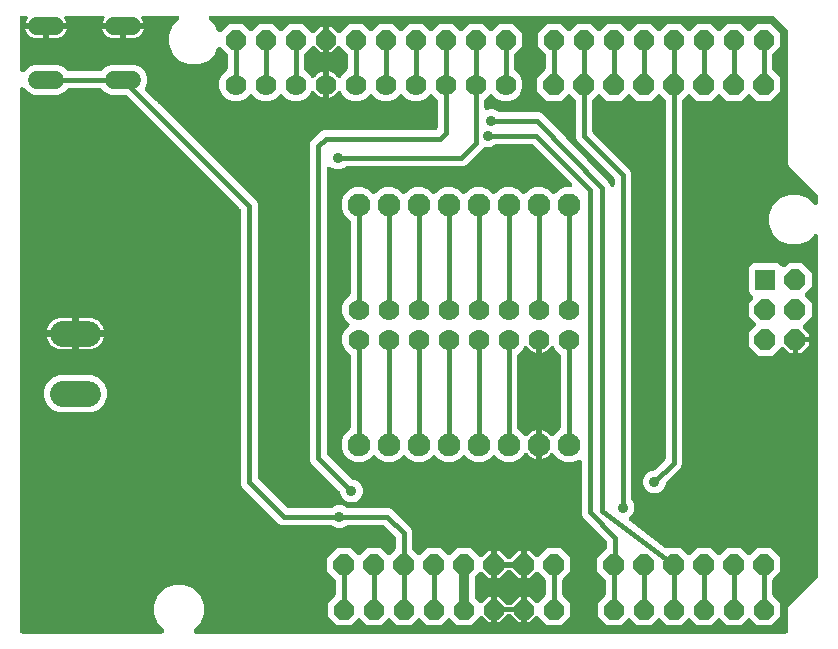
<source format=gbr>
G04 EAGLE Gerber RS-274X export*
G75*
%MOMM*%
%FSLAX34Y34*%
%LPD*%
%INBottom Copper*%
%IPPOS*%
%AMOC8*
5,1,8,0,0,1.08239X$1,22.5*%
G01*
%ADD10P,1.814519X8X22.500000*%
%ADD11P,1.924489X8X22.500000*%
%ADD12R,1.778000X1.778000*%
%ADD13P,1.924489X8X292.500000*%
%ADD14C,1.778000*%
%ADD15P,1.924489X8X112.500000*%
%ADD16C,1.524000*%
%ADD17C,1.930400*%
%ADD18C,2.184400*%
%ADD19C,0.406400*%
%ADD20C,0.906400*%
%ADD21C,0.812800*%

G36*
X125312Y5082D02*
X125312Y5082D01*
X125321Y5081D01*
X125512Y5102D01*
X125703Y5121D01*
X125712Y5123D01*
X125721Y5124D01*
X125903Y5182D01*
X126088Y5239D01*
X126096Y5243D01*
X126105Y5246D01*
X126273Y5339D01*
X126442Y5431D01*
X126449Y5436D01*
X126457Y5441D01*
X126604Y5565D01*
X126752Y5688D01*
X126757Y5695D01*
X126764Y5701D01*
X126883Y5852D01*
X127004Y6002D01*
X127008Y6010D01*
X127014Y6017D01*
X127101Y6190D01*
X127189Y6359D01*
X127192Y6368D01*
X127196Y6376D01*
X127248Y6562D01*
X127301Y6746D01*
X127302Y6755D01*
X127304Y6764D01*
X127318Y6957D01*
X127334Y7148D01*
X127333Y7156D01*
X127333Y7165D01*
X127309Y7358D01*
X127287Y7547D01*
X127284Y7556D01*
X127283Y7565D01*
X127222Y7748D01*
X127162Y7930D01*
X127158Y7938D01*
X127155Y7946D01*
X127059Y8113D01*
X126964Y8281D01*
X126958Y8288D01*
X126954Y8295D01*
X126739Y8548D01*
X121829Y13459D01*
X118619Y21207D01*
X118619Y29593D01*
X121829Y37341D01*
X127759Y43271D01*
X135507Y46481D01*
X143893Y46481D01*
X151641Y43271D01*
X157571Y37341D01*
X160781Y29593D01*
X160781Y21207D01*
X157571Y13459D01*
X152661Y8548D01*
X152655Y8541D01*
X152648Y8536D01*
X152528Y8386D01*
X152406Y8237D01*
X152402Y8229D01*
X152396Y8222D01*
X152308Y8052D01*
X152217Y7881D01*
X152215Y7872D01*
X152211Y7865D01*
X152157Y7680D01*
X152102Y7495D01*
X152102Y7486D01*
X152099Y7478D01*
X152084Y7286D01*
X152066Y7094D01*
X152067Y7085D01*
X152066Y7076D01*
X152088Y6887D01*
X152109Y6694D01*
X152112Y6685D01*
X152113Y6677D01*
X152173Y6495D01*
X152231Y6310D01*
X152235Y6302D01*
X152238Y6294D01*
X152333Y6125D01*
X152426Y5958D01*
X152432Y5951D01*
X152436Y5943D01*
X152562Y5797D01*
X152686Y5651D01*
X152693Y5645D01*
X152699Y5638D01*
X152851Y5521D01*
X153002Y5401D01*
X153010Y5397D01*
X153017Y5392D01*
X153189Y5306D01*
X153361Y5219D01*
X153370Y5216D01*
X153378Y5212D01*
X153564Y5162D01*
X153749Y5111D01*
X153758Y5110D01*
X153767Y5108D01*
X154097Y5081D01*
X653288Y5081D01*
X653306Y5083D01*
X653324Y5081D01*
X653506Y5102D01*
X653689Y5121D01*
X653706Y5126D01*
X653723Y5128D01*
X653898Y5185D01*
X654074Y5239D01*
X654089Y5247D01*
X654106Y5253D01*
X654266Y5343D01*
X654428Y5431D01*
X654441Y5442D01*
X654457Y5451D01*
X654596Y5571D01*
X654737Y5688D01*
X654748Y5702D01*
X654762Y5714D01*
X654874Y5859D01*
X654989Y6002D01*
X654997Y6018D01*
X655008Y6032D01*
X655090Y6197D01*
X655175Y6359D01*
X655180Y6376D01*
X655188Y6392D01*
X655235Y6571D01*
X655286Y6746D01*
X655288Y6764D01*
X655292Y6781D01*
X655319Y7112D01*
X655319Y26411D01*
X656093Y28278D01*
X680124Y52310D01*
X680141Y52330D01*
X680162Y52348D01*
X680269Y52486D01*
X680379Y52621D01*
X680392Y52645D01*
X680408Y52666D01*
X680486Y52823D01*
X680568Y52977D01*
X680576Y53002D01*
X680588Y53026D01*
X680633Y53196D01*
X680683Y53363D01*
X680685Y53389D01*
X680692Y53415D01*
X680719Y53746D01*
X680719Y341203D01*
X680718Y341212D01*
X680719Y341221D01*
X680698Y341412D01*
X680679Y341603D01*
X680677Y341612D01*
X680676Y341621D01*
X680618Y341803D01*
X680561Y341988D01*
X680557Y341996D01*
X680554Y342005D01*
X680461Y342173D01*
X680369Y342342D01*
X680364Y342349D01*
X680359Y342357D01*
X680235Y342504D01*
X680112Y342652D01*
X680105Y342657D01*
X680099Y342664D01*
X679948Y342783D01*
X679798Y342904D01*
X679790Y342908D01*
X679783Y342914D01*
X679610Y343001D01*
X679441Y343089D01*
X679432Y343092D01*
X679424Y343096D01*
X679238Y343148D01*
X679054Y343201D01*
X679045Y343202D01*
X679036Y343204D01*
X678843Y343218D01*
X678652Y343234D01*
X678644Y343233D01*
X678635Y343233D01*
X678442Y343209D01*
X678253Y343187D01*
X678244Y343184D01*
X678235Y343183D01*
X678052Y343122D01*
X677870Y343062D01*
X677862Y343058D01*
X677854Y343055D01*
X677687Y342959D01*
X677519Y342864D01*
X677512Y342858D01*
X677505Y342854D01*
X677252Y342639D01*
X672341Y337729D01*
X664593Y334519D01*
X656207Y334519D01*
X648459Y337729D01*
X642529Y343659D01*
X639319Y351407D01*
X639319Y359793D01*
X642529Y367541D01*
X648459Y373471D01*
X651971Y374926D01*
X656207Y376681D01*
X664593Y376681D01*
X672341Y373471D01*
X677252Y368561D01*
X677259Y368555D01*
X677264Y368548D01*
X677414Y368428D01*
X677563Y368306D01*
X677571Y368302D01*
X677578Y368296D01*
X677748Y368208D01*
X677919Y368117D01*
X677928Y368115D01*
X677935Y368111D01*
X678120Y368057D01*
X678305Y368002D01*
X678314Y368002D01*
X678322Y367999D01*
X678514Y367984D01*
X678706Y367966D01*
X678715Y367967D01*
X678724Y367966D01*
X678913Y367988D01*
X679106Y368009D01*
X679115Y368012D01*
X679123Y368013D01*
X679305Y368073D01*
X679490Y368131D01*
X679498Y368135D01*
X679506Y368138D01*
X679675Y368233D01*
X679842Y368326D01*
X679849Y368332D01*
X679857Y368336D01*
X680003Y368462D01*
X680149Y368586D01*
X680155Y368593D01*
X680162Y368599D01*
X680279Y368751D01*
X680399Y368902D01*
X680403Y368910D01*
X680408Y368917D01*
X680494Y369089D01*
X680581Y369261D01*
X680584Y369270D01*
X680588Y369278D01*
X680638Y369464D01*
X680689Y369649D01*
X680690Y369658D01*
X680692Y369667D01*
X680719Y369997D01*
X680719Y375514D01*
X680717Y375541D01*
X680719Y375567D01*
X680697Y375741D01*
X680679Y375915D01*
X680672Y375940D01*
X680668Y375967D01*
X680613Y376133D01*
X680561Y376300D01*
X680548Y376323D01*
X680540Y376349D01*
X680453Y376500D01*
X680369Y376654D01*
X680352Y376674D01*
X680339Y376697D01*
X680124Y376950D01*
X656093Y400982D01*
X655319Y402849D01*
X655319Y515214D01*
X655317Y515241D01*
X655319Y515267D01*
X655297Y515441D01*
X655279Y515615D01*
X655272Y515640D01*
X655268Y515667D01*
X655213Y515833D01*
X655161Y516000D01*
X655148Y516023D01*
X655140Y516049D01*
X655053Y516200D01*
X654969Y516354D01*
X654952Y516374D01*
X654939Y516397D01*
X654724Y516650D01*
X643650Y527724D01*
X643630Y527741D01*
X643612Y527762D01*
X643474Y527869D01*
X643339Y527979D01*
X643315Y527992D01*
X643294Y528008D01*
X643137Y528086D01*
X642983Y528168D01*
X642958Y528176D01*
X642934Y528188D01*
X642764Y528233D01*
X642597Y528283D01*
X642571Y528285D01*
X642545Y528292D01*
X642214Y528319D01*
X166797Y528319D01*
X166788Y528318D01*
X166779Y528319D01*
X166588Y528298D01*
X166397Y528279D01*
X166388Y528277D01*
X166379Y528276D01*
X166197Y528218D01*
X166012Y528161D01*
X166004Y528157D01*
X165995Y528154D01*
X165827Y528061D01*
X165658Y527969D01*
X165651Y527964D01*
X165643Y527959D01*
X165496Y527835D01*
X165348Y527712D01*
X165343Y527705D01*
X165336Y527699D01*
X165217Y527548D01*
X165096Y527398D01*
X165092Y527390D01*
X165086Y527383D01*
X164999Y527210D01*
X164911Y527041D01*
X164908Y527032D01*
X164904Y527024D01*
X164852Y526838D01*
X164799Y526654D01*
X164798Y526645D01*
X164796Y526636D01*
X164782Y526443D01*
X164766Y526252D01*
X164767Y526244D01*
X164767Y526235D01*
X164791Y526042D01*
X164813Y525853D01*
X164816Y525844D01*
X164817Y525835D01*
X164878Y525652D01*
X164938Y525470D01*
X164942Y525462D01*
X164945Y525454D01*
X165041Y525287D01*
X165136Y525119D01*
X165142Y525112D01*
X165146Y525105D01*
X165361Y524852D01*
X170271Y519941D01*
X172210Y515261D01*
X172216Y515249D01*
X172220Y515236D01*
X172311Y515073D01*
X172400Y514906D01*
X172409Y514896D01*
X172415Y514884D01*
X172536Y514742D01*
X172657Y514596D01*
X172667Y514587D01*
X172676Y514577D01*
X172823Y514461D01*
X172969Y514342D01*
X172981Y514336D01*
X172992Y514328D01*
X173160Y514242D01*
X173326Y514155D01*
X173338Y514151D01*
X173351Y514145D01*
X173532Y514095D01*
X173712Y514042D01*
X173725Y514041D01*
X173738Y514037D01*
X173927Y514023D01*
X174113Y514007D01*
X174126Y514009D01*
X174140Y514008D01*
X174328Y514032D01*
X174513Y514052D01*
X174526Y514057D01*
X174539Y514058D01*
X174718Y514118D01*
X174897Y514176D01*
X174908Y514182D01*
X174921Y514186D01*
X175084Y514280D01*
X175248Y514372D01*
X175258Y514381D01*
X175270Y514387D01*
X175523Y514602D01*
X182384Y521463D01*
X193536Y521463D01*
X199224Y515775D01*
X199238Y515764D01*
X199249Y515751D01*
X199393Y515637D01*
X199535Y515520D01*
X199551Y515512D01*
X199565Y515501D01*
X199729Y515417D01*
X199891Y515332D01*
X199908Y515327D01*
X199924Y515319D01*
X200101Y515269D01*
X200277Y515217D01*
X200295Y515215D01*
X200312Y515211D01*
X200495Y515197D01*
X200678Y515181D01*
X200696Y515183D01*
X200713Y515181D01*
X200895Y515204D01*
X201078Y515224D01*
X201095Y515229D01*
X201113Y515232D01*
X201287Y515290D01*
X201462Y515345D01*
X201478Y515354D01*
X201494Y515360D01*
X201654Y515452D01*
X201814Y515540D01*
X201828Y515552D01*
X201843Y515561D01*
X202096Y515775D01*
X207784Y521463D01*
X218936Y521463D01*
X224624Y515775D01*
X224637Y515764D01*
X224649Y515751D01*
X224793Y515637D01*
X224935Y515520D01*
X224951Y515512D01*
X224965Y515501D01*
X225129Y515418D01*
X225291Y515332D01*
X225308Y515327D01*
X225324Y515319D01*
X225501Y515269D01*
X225677Y515217D01*
X225695Y515215D01*
X225712Y515211D01*
X225895Y515197D01*
X226078Y515181D01*
X226096Y515183D01*
X226113Y515181D01*
X226295Y515204D01*
X226478Y515224D01*
X226495Y515229D01*
X226513Y515232D01*
X226686Y515290D01*
X226862Y515345D01*
X226878Y515354D01*
X226894Y515360D01*
X227054Y515452D01*
X227214Y515540D01*
X227228Y515552D01*
X227243Y515561D01*
X227496Y515775D01*
X233184Y521463D01*
X244336Y521463D01*
X251820Y513979D01*
X251834Y513968D01*
X251845Y513954D01*
X251989Y513841D01*
X252131Y513724D01*
X252147Y513716D01*
X252161Y513705D01*
X252325Y513622D01*
X252487Y513536D01*
X252504Y513531D01*
X252520Y513523D01*
X252697Y513473D01*
X252873Y513421D01*
X252891Y513419D01*
X252908Y513415D01*
X253091Y513401D01*
X253274Y513385D01*
X253292Y513386D01*
X253309Y513385D01*
X253491Y513408D01*
X253674Y513428D01*
X253691Y513433D01*
X253709Y513436D01*
X253883Y513494D01*
X254058Y513549D01*
X254074Y513558D01*
X254090Y513564D01*
X254250Y513656D01*
X254410Y513744D01*
X254424Y513756D01*
X254439Y513765D01*
X254692Y513979D01*
X259636Y518923D01*
X261661Y518923D01*
X261661Y508468D01*
X261662Y508450D01*
X261661Y508433D01*
X261682Y508250D01*
X261701Y508068D01*
X261706Y508051D01*
X261708Y508033D01*
X261721Y507992D01*
X261694Y507898D01*
X261692Y507880D01*
X261688Y507863D01*
X261661Y507532D01*
X261661Y497077D01*
X259636Y497077D01*
X254692Y502021D01*
X254678Y502032D01*
X254667Y502046D01*
X254523Y502159D01*
X254381Y502276D01*
X254365Y502284D01*
X254351Y502295D01*
X254187Y502378D01*
X254025Y502464D01*
X254008Y502469D01*
X253992Y502477D01*
X253815Y502527D01*
X253639Y502579D01*
X253621Y502581D01*
X253604Y502585D01*
X253421Y502599D01*
X253238Y502615D01*
X253221Y502614D01*
X253203Y502615D01*
X253021Y502592D01*
X252838Y502572D01*
X252821Y502567D01*
X252803Y502564D01*
X252629Y502506D01*
X252454Y502451D01*
X252438Y502442D01*
X252422Y502436D01*
X252262Y502344D01*
X252102Y502256D01*
X252088Y502244D01*
X252073Y502235D01*
X251820Y502021D01*
X246468Y496669D01*
X246451Y496648D01*
X246430Y496630D01*
X246323Y496492D01*
X246213Y496357D01*
X246200Y496333D01*
X246184Y496312D01*
X246106Y496155D01*
X246024Y496001D01*
X246016Y495976D01*
X246004Y495952D01*
X245959Y495782D01*
X245909Y495615D01*
X245907Y495589D01*
X245900Y495563D01*
X245873Y495232D01*
X245873Y483386D01*
X245875Y483360D01*
X245873Y483333D01*
X245895Y483159D01*
X245913Y482986D01*
X245920Y482960D01*
X245924Y482933D01*
X245979Y482768D01*
X246031Y482601D01*
X246044Y482577D01*
X246052Y482552D01*
X246139Y482400D01*
X246223Y482247D01*
X246240Y482226D01*
X246253Y482203D01*
X246468Y481950D01*
X250604Y477814D01*
X251095Y476627D01*
X251177Y476475D01*
X251254Y476320D01*
X251272Y476297D01*
X251286Y476272D01*
X251396Y476139D01*
X251502Y476003D01*
X251524Y475984D01*
X251542Y475962D01*
X251676Y475853D01*
X251807Y475740D01*
X251832Y475726D01*
X251855Y475708D01*
X252007Y475628D01*
X252158Y475543D01*
X252186Y475534D01*
X252211Y475521D01*
X252377Y475472D01*
X252541Y475419D01*
X252570Y475416D01*
X252598Y475408D01*
X252770Y475393D01*
X252941Y475373D01*
X252970Y475375D01*
X252999Y475373D01*
X253170Y475392D01*
X253342Y475407D01*
X253370Y475415D01*
X253399Y475418D01*
X253563Y475471D01*
X253729Y475519D01*
X253755Y475532D01*
X253782Y475541D01*
X253933Y475626D01*
X254086Y475705D01*
X254108Y475724D01*
X254134Y475738D01*
X254265Y475850D01*
X254399Y475959D01*
X254420Y475983D01*
X254439Y476000D01*
X254492Y476066D01*
X254615Y476210D01*
X255441Y477347D01*
X256713Y478619D01*
X258169Y479676D01*
X259772Y480493D01*
X261483Y481049D01*
X261661Y481077D01*
X261661Y470368D01*
X261662Y470350D01*
X261661Y470333D01*
X261682Y470150D01*
X261701Y469968D01*
X261706Y469951D01*
X261708Y469933D01*
X261721Y469892D01*
X261694Y469798D01*
X261692Y469780D01*
X261688Y469763D01*
X261661Y469432D01*
X261661Y458723D01*
X261483Y458751D01*
X259772Y459307D01*
X258169Y460124D01*
X256713Y461181D01*
X255441Y462453D01*
X254615Y463590D01*
X254501Y463719D01*
X254389Y463851D01*
X254367Y463869D01*
X254348Y463891D01*
X254210Y463994D01*
X254075Y464102D01*
X254049Y464115D01*
X254026Y464132D01*
X253871Y464207D01*
X253716Y464286D01*
X253689Y464294D01*
X253663Y464306D01*
X253495Y464349D01*
X253329Y464396D01*
X253300Y464398D01*
X253272Y464405D01*
X253100Y464413D01*
X252928Y464427D01*
X252899Y464423D01*
X252870Y464425D01*
X252699Y464399D01*
X252528Y464378D01*
X252501Y464369D01*
X252472Y464365D01*
X252309Y464306D01*
X252146Y464251D01*
X252121Y464237D01*
X252094Y464227D01*
X251946Y464137D01*
X251796Y464052D01*
X251774Y464033D01*
X251750Y464018D01*
X251622Y463901D01*
X251492Y463788D01*
X251475Y463765D01*
X251454Y463745D01*
X251352Y463605D01*
X251247Y463468D01*
X251232Y463440D01*
X251217Y463419D01*
X251182Y463342D01*
X251095Y463173D01*
X250604Y461986D01*
X246674Y458056D01*
X241539Y455929D01*
X235981Y455929D01*
X230846Y458056D01*
X227496Y461406D01*
X227482Y461417D01*
X227471Y461431D01*
X227327Y461545D01*
X227185Y461661D01*
X227169Y461670D01*
X227155Y461681D01*
X226991Y461764D01*
X226829Y461850D01*
X226812Y461855D01*
X226796Y461863D01*
X226619Y461912D01*
X226443Y461965D01*
X226425Y461966D01*
X226408Y461971D01*
X226225Y461984D01*
X226042Y462001D01*
X226024Y461999D01*
X226007Y462000D01*
X225825Y461977D01*
X225642Y461958D01*
X225625Y461952D01*
X225607Y461950D01*
X225433Y461892D01*
X225258Y461836D01*
X225242Y461827D01*
X225226Y461822D01*
X225066Y461730D01*
X224906Y461641D01*
X224892Y461630D01*
X224877Y461621D01*
X224624Y461406D01*
X221274Y458056D01*
X216139Y455929D01*
X210581Y455929D01*
X205446Y458056D01*
X202096Y461406D01*
X202082Y461417D01*
X202071Y461431D01*
X201927Y461545D01*
X201785Y461661D01*
X201769Y461670D01*
X201755Y461681D01*
X201591Y461764D01*
X201429Y461850D01*
X201412Y461855D01*
X201396Y461863D01*
X201219Y461912D01*
X201043Y461965D01*
X201025Y461966D01*
X201008Y461971D01*
X200825Y461984D01*
X200642Y462001D01*
X200624Y461999D01*
X200607Y462000D01*
X200425Y461977D01*
X200242Y461958D01*
X200225Y461952D01*
X200207Y461950D01*
X200033Y461892D01*
X199858Y461836D01*
X199842Y461827D01*
X199826Y461822D01*
X199666Y461730D01*
X199506Y461641D01*
X199492Y461630D01*
X199477Y461621D01*
X199224Y461406D01*
X195874Y458056D01*
X190739Y455929D01*
X185181Y455929D01*
X180046Y458056D01*
X176116Y461986D01*
X173989Y467121D01*
X173989Y472679D01*
X176116Y477814D01*
X180252Y481950D01*
X180269Y481971D01*
X180290Y481988D01*
X180397Y482126D01*
X180507Y482261D01*
X180520Y482285D01*
X180536Y482306D01*
X180614Y482463D01*
X180696Y482617D01*
X180704Y482643D01*
X180716Y482667D01*
X180761Y482836D01*
X180811Y483003D01*
X180813Y483030D01*
X180820Y483055D01*
X180847Y483386D01*
X180847Y495232D01*
X180845Y495259D01*
X180847Y495286D01*
X180825Y495459D01*
X180807Y495633D01*
X180800Y495658D01*
X180796Y495685D01*
X180741Y495850D01*
X180689Y496018D01*
X180676Y496041D01*
X180668Y496067D01*
X180581Y496218D01*
X180497Y496372D01*
X180480Y496392D01*
X180467Y496416D01*
X180252Y496669D01*
X175523Y501398D01*
X175513Y501406D01*
X175504Y501417D01*
X175357Y501534D01*
X175211Y501653D01*
X175200Y501659D01*
X175189Y501668D01*
X175022Y501754D01*
X174856Y501842D01*
X174843Y501845D01*
X174831Y501852D01*
X174650Y501903D01*
X174470Y501956D01*
X174456Y501958D01*
X174444Y501961D01*
X174258Y501976D01*
X174069Y501993D01*
X174055Y501991D01*
X174042Y501992D01*
X173858Y501970D01*
X173669Y501949D01*
X173656Y501945D01*
X173643Y501944D01*
X173466Y501885D01*
X173285Y501828D01*
X173273Y501821D01*
X173260Y501817D01*
X173097Y501724D01*
X172932Y501633D01*
X172922Y501624D01*
X172911Y501618D01*
X172768Y501494D01*
X172625Y501373D01*
X172617Y501362D01*
X172607Y501353D01*
X172493Y501204D01*
X172376Y501057D01*
X172370Y501045D01*
X172362Y501034D01*
X172210Y500739D01*
X170271Y496059D01*
X164341Y490129D01*
X160072Y488360D01*
X156593Y486919D01*
X148207Y486919D01*
X140459Y490129D01*
X134529Y496059D01*
X131319Y503807D01*
X131319Y512193D01*
X134529Y519941D01*
X139439Y524852D01*
X139445Y524859D01*
X139452Y524864D01*
X139572Y525014D01*
X139694Y525163D01*
X139698Y525171D01*
X139704Y525178D01*
X139792Y525348D01*
X139883Y525519D01*
X139885Y525528D01*
X139889Y525535D01*
X139943Y525720D01*
X139998Y525905D01*
X139998Y525914D01*
X140001Y525922D01*
X140016Y526114D01*
X140034Y526306D01*
X140033Y526315D01*
X140034Y526324D01*
X140012Y526513D01*
X139991Y526706D01*
X139988Y526715D01*
X139987Y526723D01*
X139927Y526905D01*
X139869Y527090D01*
X139865Y527098D01*
X139862Y527106D01*
X139767Y527275D01*
X139674Y527442D01*
X139668Y527449D01*
X139664Y527457D01*
X139538Y527603D01*
X139414Y527749D01*
X139407Y527755D01*
X139401Y527762D01*
X139249Y527879D01*
X139098Y527999D01*
X139090Y528003D01*
X139083Y528008D01*
X138911Y528094D01*
X138739Y528181D01*
X138730Y528184D01*
X138722Y528188D01*
X138536Y528238D01*
X138351Y528289D01*
X138342Y528290D01*
X138333Y528292D01*
X138003Y528319D01*
X109725Y528319D01*
X109674Y528314D01*
X109623Y528317D01*
X109474Y528294D01*
X109324Y528279D01*
X109275Y528264D01*
X109225Y528257D01*
X109083Y528205D01*
X108939Y528161D01*
X108894Y528137D01*
X108846Y528119D01*
X108718Y528041D01*
X108585Y527969D01*
X108546Y527937D01*
X108502Y527910D01*
X108392Y527808D01*
X108276Y527712D01*
X108244Y527672D01*
X108206Y527637D01*
X108118Y527515D01*
X108024Y527398D01*
X108000Y527353D01*
X107970Y527311D01*
X107908Y527174D01*
X107838Y527041D01*
X107824Y526992D01*
X107803Y526945D01*
X107768Y526798D01*
X107727Y526654D01*
X107723Y526603D01*
X107711Y526553D01*
X107706Y526402D01*
X107694Y526252D01*
X107700Y526202D01*
X107698Y526151D01*
X107723Y526002D01*
X107741Y525853D01*
X107757Y525804D01*
X107765Y525754D01*
X107819Y525613D01*
X107866Y525470D01*
X107891Y525425D01*
X107909Y525377D01*
X108029Y525180D01*
X108064Y525119D01*
X108073Y525109D01*
X108082Y525094D01*
X108512Y524501D01*
X109238Y523076D01*
X109681Y521715D01*
X92710Y521715D01*
X92692Y521713D01*
X92675Y521715D01*
X92492Y521694D01*
X92310Y521675D01*
X92293Y521670D01*
X92275Y521668D01*
X92197Y521643D01*
X92060Y521682D01*
X92042Y521684D01*
X92025Y521688D01*
X91694Y521715D01*
X74723Y521715D01*
X75166Y523076D01*
X75892Y524501D01*
X76322Y525094D01*
X76348Y525138D01*
X76380Y525178D01*
X76449Y525311D01*
X76526Y525442D01*
X76542Y525490D01*
X76566Y525535D01*
X76607Y525680D01*
X76656Y525822D01*
X76663Y525873D01*
X76677Y525922D01*
X76689Y526073D01*
X76709Y526222D01*
X76706Y526273D01*
X76710Y526324D01*
X76693Y526473D01*
X76683Y526623D01*
X76669Y526673D01*
X76663Y526723D01*
X76617Y526866D01*
X76577Y527012D01*
X76554Y527058D01*
X76538Y527106D01*
X76464Y527237D01*
X76397Y527372D01*
X76366Y527412D01*
X76340Y527457D01*
X76242Y527571D01*
X76149Y527689D01*
X76111Y527723D01*
X76077Y527762D01*
X75958Y527854D01*
X75844Y527952D01*
X75800Y527977D01*
X75759Y528008D01*
X75625Y528075D01*
X75493Y528149D01*
X75444Y528165D01*
X75399Y528188D01*
X75253Y528227D01*
X75110Y528273D01*
X75059Y528279D01*
X75010Y528292D01*
X74779Y528311D01*
X74710Y528319D01*
X74696Y528318D01*
X74679Y528319D01*
X44701Y528319D01*
X44650Y528314D01*
X44599Y528317D01*
X44450Y528294D01*
X44300Y528279D01*
X44251Y528264D01*
X44201Y528257D01*
X44059Y528205D01*
X43915Y528161D01*
X43870Y528137D01*
X43822Y528119D01*
X43694Y528041D01*
X43561Y527969D01*
X43522Y527937D01*
X43478Y527910D01*
X43368Y527808D01*
X43252Y527712D01*
X43220Y527672D01*
X43182Y527637D01*
X43094Y527515D01*
X43000Y527398D01*
X42976Y527353D01*
X42946Y527311D01*
X42884Y527174D01*
X42814Y527041D01*
X42800Y526992D01*
X42779Y526945D01*
X42744Y526798D01*
X42703Y526654D01*
X42699Y526603D01*
X42687Y526553D01*
X42682Y526402D01*
X42670Y526252D01*
X42676Y526202D01*
X42674Y526151D01*
X42699Y526002D01*
X42717Y525853D01*
X42733Y525804D01*
X42741Y525754D01*
X42795Y525613D01*
X42842Y525470D01*
X42867Y525425D01*
X42885Y525377D01*
X43005Y525180D01*
X43040Y525119D01*
X43049Y525109D01*
X43058Y525094D01*
X43488Y524501D01*
X44214Y523076D01*
X44657Y521715D01*
X27686Y521715D01*
X27668Y521713D01*
X27651Y521715D01*
X27468Y521694D01*
X27286Y521675D01*
X27269Y521670D01*
X27251Y521668D01*
X27173Y521643D01*
X27036Y521682D01*
X27018Y521684D01*
X27001Y521688D01*
X26670Y521715D01*
X9699Y521715D01*
X10142Y523076D01*
X10868Y524501D01*
X11298Y525094D01*
X11324Y525138D01*
X11356Y525178D01*
X11425Y525311D01*
X11502Y525442D01*
X11518Y525490D01*
X11542Y525535D01*
X11583Y525680D01*
X11632Y525822D01*
X11639Y525873D01*
X11653Y525922D01*
X11665Y526073D01*
X11685Y526222D01*
X11682Y526273D01*
X11686Y526324D01*
X11669Y526473D01*
X11659Y526623D01*
X11645Y526673D01*
X11639Y526723D01*
X11593Y526866D01*
X11553Y527012D01*
X11530Y527058D01*
X11514Y527106D01*
X11440Y527237D01*
X11373Y527372D01*
X11342Y527412D01*
X11316Y527457D01*
X11218Y527571D01*
X11125Y527689D01*
X11087Y527723D01*
X11053Y527762D01*
X10934Y527854D01*
X10820Y527952D01*
X10776Y527977D01*
X10735Y528008D01*
X10601Y528075D01*
X10469Y528149D01*
X10420Y528165D01*
X10375Y528188D01*
X10229Y528227D01*
X10086Y528273D01*
X10035Y528279D01*
X9986Y528292D01*
X9755Y528311D01*
X9686Y528319D01*
X9672Y528318D01*
X9655Y528319D01*
X7112Y528319D01*
X7094Y528317D01*
X7076Y528319D01*
X6894Y528298D01*
X6711Y528279D01*
X6694Y528274D01*
X6677Y528272D01*
X6502Y528215D01*
X6326Y528161D01*
X6311Y528153D01*
X6294Y528147D01*
X6134Y528057D01*
X5972Y527969D01*
X5959Y527958D01*
X5943Y527949D01*
X5804Y527829D01*
X5663Y527712D01*
X5652Y527698D01*
X5638Y527686D01*
X5526Y527541D01*
X5411Y527398D01*
X5403Y527382D01*
X5392Y527368D01*
X5310Y527203D01*
X5225Y527041D01*
X5220Y527024D01*
X5212Y527008D01*
X5165Y526829D01*
X5114Y526654D01*
X5112Y526636D01*
X5108Y526619D01*
X5081Y526288D01*
X5081Y482352D01*
X5082Y482343D01*
X5081Y482334D01*
X5102Y482143D01*
X5121Y481952D01*
X5123Y481943D01*
X5124Y481934D01*
X5182Y481752D01*
X5239Y481567D01*
X5243Y481559D01*
X5246Y481550D01*
X5339Y481382D01*
X5431Y481213D01*
X5436Y481206D01*
X5441Y481198D01*
X5565Y481051D01*
X5688Y480903D01*
X5695Y480898D01*
X5701Y480891D01*
X5852Y480772D01*
X6002Y480651D01*
X6010Y480647D01*
X6017Y480641D01*
X6190Y480554D01*
X6359Y480465D01*
X6368Y480463D01*
X6376Y480459D01*
X6562Y480407D01*
X6746Y480354D01*
X6755Y480353D01*
X6764Y480351D01*
X6957Y480337D01*
X7148Y480321D01*
X7156Y480322D01*
X7165Y480322D01*
X7358Y480346D01*
X7547Y480368D01*
X7556Y480371D01*
X7565Y480372D01*
X7747Y480433D01*
X7930Y480493D01*
X7938Y480497D01*
X7946Y480500D01*
X8113Y480596D01*
X8281Y480691D01*
X8288Y480697D01*
X8295Y480701D01*
X8548Y480916D01*
X12364Y484731D01*
X17032Y486665D01*
X37324Y486665D01*
X41992Y484731D01*
X45052Y481672D01*
X45073Y481655D01*
X45090Y481634D01*
X45228Y481527D01*
X45363Y481417D01*
X45387Y481404D01*
X45408Y481388D01*
X45565Y481310D01*
X45719Y481228D01*
X45745Y481220D01*
X45769Y481208D01*
X45938Y481163D01*
X46105Y481113D01*
X46132Y481111D01*
X46157Y481104D01*
X46488Y481077D01*
X72892Y481077D01*
X72918Y481079D01*
X72945Y481077D01*
X73119Y481099D01*
X73292Y481117D01*
X73318Y481124D01*
X73345Y481128D01*
X73510Y481184D01*
X73677Y481235D01*
X73701Y481248D01*
X73726Y481256D01*
X73878Y481343D01*
X74031Y481427D01*
X74052Y481444D01*
X74075Y481457D01*
X74328Y481672D01*
X77388Y484731D01*
X82056Y486665D01*
X102348Y486665D01*
X107016Y484731D01*
X110589Y481158D01*
X112523Y476490D01*
X112523Y471438D01*
X110821Y467329D01*
X110813Y467302D01*
X110800Y467277D01*
X110755Y467110D01*
X110704Y466944D01*
X110702Y466916D01*
X110694Y466889D01*
X110683Y466715D01*
X110666Y466543D01*
X110669Y466515D01*
X110667Y466487D01*
X110690Y466314D01*
X110708Y466142D01*
X110716Y466116D01*
X110720Y466088D01*
X110776Y465923D01*
X110828Y465758D01*
X110841Y465733D01*
X110850Y465707D01*
X110938Y465557D01*
X111021Y465405D01*
X111039Y465383D01*
X111053Y465359D01*
X111269Y465107D01*
X119297Y457168D01*
X119318Y457151D01*
X119335Y457131D01*
X119390Y457089D01*
X120583Y455896D01*
X120587Y455893D01*
X120591Y455888D01*
X121793Y454700D01*
X121867Y454612D01*
X205420Y371059D01*
X206503Y368445D01*
X206503Y137138D01*
X206505Y137111D01*
X206503Y137084D01*
X206525Y136910D01*
X206543Y136737D01*
X206550Y136711D01*
X206554Y136685D01*
X206609Y136519D01*
X206661Y136352D01*
X206674Y136328D01*
X206682Y136303D01*
X206769Y136151D01*
X206853Y135998D01*
X206870Y135978D01*
X206883Y135954D01*
X207098Y135701D01*
X230951Y111848D01*
X230972Y111831D01*
X230989Y111810D01*
X231127Y111703D01*
X231263Y111593D01*
X231286Y111580D01*
X231308Y111564D01*
X231464Y111486D01*
X231618Y111404D01*
X231644Y111396D01*
X231668Y111384D01*
X231837Y111339D01*
X232004Y111289D01*
X232031Y111287D01*
X232057Y111280D01*
X232388Y111253D01*
X268267Y111253D01*
X268293Y111255D01*
X268320Y111253D01*
X268494Y111275D01*
X268668Y111293D01*
X268693Y111301D01*
X268720Y111304D01*
X268885Y111359D01*
X269052Y111411D01*
X269076Y111424D01*
X269101Y111432D01*
X269253Y111519D01*
X269406Y111603D01*
X269427Y111620D01*
X269450Y111633D01*
X269703Y111848D01*
X270145Y112289D01*
X271607Y112895D01*
X273678Y113753D01*
X277502Y113753D01*
X281035Y112289D01*
X281477Y111848D01*
X281497Y111831D01*
X281515Y111810D01*
X281653Y111704D01*
X281788Y111593D01*
X281812Y111580D01*
X281833Y111564D01*
X281989Y111486D01*
X282144Y111404D01*
X282170Y111396D01*
X282194Y111384D01*
X282362Y111339D01*
X282530Y111289D01*
X282557Y111287D01*
X282582Y111280D01*
X282913Y111253D01*
X317645Y111253D01*
X320259Y110170D01*
X336230Y94199D01*
X337313Y91585D01*
X337313Y76986D01*
X337315Y76960D01*
X337313Y76933D01*
X337335Y76759D01*
X337353Y76586D01*
X337360Y76560D01*
X337364Y76533D01*
X337420Y76368D01*
X337471Y76201D01*
X337484Y76177D01*
X337492Y76152D01*
X337579Y76000D01*
X337663Y75847D01*
X337680Y75826D01*
X337693Y75803D01*
X337908Y75550D01*
X341464Y71994D01*
X341478Y71983D01*
X341489Y71969D01*
X341632Y71856D01*
X341775Y71739D01*
X341791Y71730D01*
X341805Y71719D01*
X341968Y71637D01*
X342131Y71550D01*
X342148Y71545D01*
X342164Y71537D01*
X342341Y71488D01*
X342517Y71435D01*
X342535Y71434D01*
X342552Y71429D01*
X342735Y71416D01*
X342918Y71399D01*
X342936Y71401D01*
X342953Y71400D01*
X343136Y71423D01*
X343318Y71442D01*
X343335Y71448D01*
X343353Y71450D01*
X343528Y71509D01*
X343702Y71564D01*
X343718Y71573D01*
X343734Y71578D01*
X343894Y71670D01*
X344054Y71759D01*
X344068Y71770D01*
X344083Y71779D01*
X344336Y71994D01*
X349813Y77471D01*
X361387Y77471D01*
X366864Y71994D01*
X366878Y71983D01*
X366889Y71969D01*
X367033Y71855D01*
X367175Y71739D01*
X367191Y71730D01*
X367205Y71719D01*
X367369Y71636D01*
X367531Y71550D01*
X367548Y71545D01*
X367564Y71537D01*
X367741Y71488D01*
X367917Y71435D01*
X367935Y71434D01*
X367952Y71429D01*
X368135Y71416D01*
X368318Y71399D01*
X368336Y71401D01*
X368353Y71400D01*
X368535Y71423D01*
X368718Y71442D01*
X368735Y71448D01*
X368753Y71450D01*
X368927Y71508D01*
X369102Y71564D01*
X369118Y71573D01*
X369134Y71578D01*
X369294Y71670D01*
X369454Y71759D01*
X369468Y71770D01*
X369483Y71779D01*
X369736Y71994D01*
X375213Y77471D01*
X386787Y77471D01*
X394060Y70198D01*
X394074Y70186D01*
X394085Y70173D01*
X394229Y70059D01*
X394371Y69943D01*
X394387Y69934D01*
X394401Y69923D01*
X394565Y69840D01*
X394727Y69754D01*
X394744Y69749D01*
X394760Y69741D01*
X394937Y69692D01*
X395113Y69639D01*
X395131Y69638D01*
X395148Y69633D01*
X395331Y69620D01*
X395514Y69603D01*
X395532Y69605D01*
X395549Y69604D01*
X395731Y69627D01*
X395914Y69646D01*
X395931Y69652D01*
X395949Y69654D01*
X396123Y69712D01*
X396298Y69768D01*
X396314Y69777D01*
X396330Y69782D01*
X396490Y69874D01*
X396650Y69963D01*
X396664Y69974D01*
X396679Y69983D01*
X396932Y70198D01*
X401665Y74931D01*
X403861Y74931D01*
X403861Y64008D01*
X403862Y63990D01*
X403861Y63973D01*
X403882Y63790D01*
X403901Y63608D01*
X403906Y63591D01*
X403908Y63573D01*
X403933Y63495D01*
X403894Y63358D01*
X403892Y63340D01*
X403888Y63323D01*
X403861Y62992D01*
X403861Y52069D01*
X401665Y52069D01*
X396932Y56802D01*
X396919Y56813D01*
X396907Y56827D01*
X396763Y56941D01*
X396621Y57057D01*
X396605Y57066D01*
X396591Y57077D01*
X396427Y57160D01*
X396265Y57246D01*
X396248Y57251D01*
X396232Y57259D01*
X396055Y57308D01*
X395879Y57361D01*
X395861Y57362D01*
X395844Y57367D01*
X395661Y57380D01*
X395478Y57397D01*
X395461Y57395D01*
X395443Y57396D01*
X395261Y57373D01*
X395078Y57354D01*
X395061Y57348D01*
X395043Y57346D01*
X394870Y57288D01*
X394694Y57232D01*
X394678Y57223D01*
X394662Y57218D01*
X394502Y57126D01*
X394342Y57037D01*
X394328Y57026D01*
X394313Y57017D01*
X394060Y56802D01*
X390740Y53482D01*
X390723Y53461D01*
X390702Y53444D01*
X390595Y53306D01*
X390485Y53171D01*
X390472Y53147D01*
X390456Y53126D01*
X390378Y52969D01*
X390296Y52815D01*
X390288Y52789D01*
X390276Y52765D01*
X390231Y52596D01*
X390181Y52429D01*
X390179Y52402D01*
X390172Y52377D01*
X390145Y52046D01*
X390145Y36136D01*
X390147Y36109D01*
X390145Y36082D01*
X390167Y35909D01*
X390185Y35735D01*
X390192Y35710D01*
X390196Y35683D01*
X390251Y35517D01*
X390303Y35350D01*
X390316Y35327D01*
X390324Y35301D01*
X390411Y35150D01*
X390495Y34996D01*
X390512Y34976D01*
X390525Y34952D01*
X390740Y34699D01*
X394060Y31379D01*
X394074Y31368D01*
X394085Y31354D01*
X394229Y31241D01*
X394371Y31124D01*
X394387Y31116D01*
X394401Y31105D01*
X394565Y31021D01*
X394727Y30936D01*
X394744Y30931D01*
X394760Y30923D01*
X394938Y30873D01*
X395113Y30821D01*
X395131Y30819D01*
X395148Y30815D01*
X395331Y30801D01*
X395514Y30785D01*
X395532Y30786D01*
X395549Y30785D01*
X395731Y30808D01*
X395914Y30828D01*
X395931Y30833D01*
X395949Y30836D01*
X396123Y30894D01*
X396298Y30949D01*
X396314Y30958D01*
X396330Y30964D01*
X396490Y31056D01*
X396650Y31144D01*
X396664Y31156D01*
X396679Y31165D01*
X396932Y31379D01*
X401876Y36323D01*
X403901Y36323D01*
X403901Y25868D01*
X403902Y25850D01*
X403901Y25833D01*
X403922Y25650D01*
X403941Y25468D01*
X403946Y25451D01*
X403948Y25433D01*
X403961Y25392D01*
X403934Y25298D01*
X403932Y25280D01*
X403928Y25263D01*
X403901Y24932D01*
X403901Y14477D01*
X401876Y14477D01*
X396932Y19421D01*
X396919Y19432D01*
X396907Y19446D01*
X396763Y19559D01*
X396621Y19676D01*
X396605Y19684D01*
X396591Y19695D01*
X396427Y19778D01*
X396265Y19864D01*
X396248Y19869D01*
X396232Y19877D01*
X396055Y19927D01*
X395879Y19979D01*
X395861Y19981D01*
X395844Y19985D01*
X395661Y19999D01*
X395478Y20015D01*
X395461Y20014D01*
X395443Y20015D01*
X395261Y19992D01*
X395078Y19972D01*
X395061Y19967D01*
X395043Y19964D01*
X394869Y19906D01*
X394694Y19851D01*
X394678Y19842D01*
X394662Y19836D01*
X394502Y19744D01*
X394342Y19656D01*
X394328Y19644D01*
X394313Y19635D01*
X394060Y19421D01*
X386576Y11937D01*
X375424Y11937D01*
X369736Y17625D01*
X369723Y17636D01*
X369711Y17649D01*
X369567Y17763D01*
X369425Y17880D01*
X369409Y17888D01*
X369395Y17899D01*
X369231Y17982D01*
X369069Y18068D01*
X369052Y18073D01*
X369036Y18081D01*
X368859Y18131D01*
X368683Y18183D01*
X368665Y18185D01*
X368648Y18189D01*
X368465Y18203D01*
X368282Y18219D01*
X368264Y18217D01*
X368247Y18219D01*
X368065Y18196D01*
X367882Y18176D01*
X367865Y18171D01*
X367847Y18168D01*
X367674Y18110D01*
X367498Y18055D01*
X367482Y18046D01*
X367466Y18040D01*
X367306Y17948D01*
X367146Y17860D01*
X367132Y17848D01*
X367117Y17839D01*
X366864Y17625D01*
X361176Y11937D01*
X350024Y11937D01*
X344336Y17625D01*
X344323Y17636D01*
X344311Y17649D01*
X344167Y17763D01*
X344025Y17880D01*
X344009Y17888D01*
X343995Y17899D01*
X343831Y17982D01*
X343669Y18068D01*
X343652Y18073D01*
X343636Y18081D01*
X343459Y18131D01*
X343283Y18183D01*
X343265Y18185D01*
X343248Y18189D01*
X343065Y18203D01*
X342882Y18219D01*
X342864Y18217D01*
X342847Y18219D01*
X342665Y18196D01*
X342482Y18176D01*
X342465Y18171D01*
X342447Y18168D01*
X342274Y18110D01*
X342098Y18055D01*
X342082Y18046D01*
X342066Y18040D01*
X341906Y17948D01*
X341746Y17860D01*
X341732Y17848D01*
X341717Y17839D01*
X341464Y17625D01*
X335776Y11937D01*
X324624Y11937D01*
X318936Y17625D01*
X318923Y17636D01*
X318911Y17649D01*
X318767Y17763D01*
X318625Y17880D01*
X318609Y17888D01*
X318595Y17899D01*
X318431Y17982D01*
X318269Y18068D01*
X318252Y18073D01*
X318236Y18081D01*
X318059Y18131D01*
X317883Y18183D01*
X317865Y18185D01*
X317848Y18189D01*
X317665Y18203D01*
X317482Y18219D01*
X317464Y18217D01*
X317447Y18219D01*
X317265Y18196D01*
X317082Y18176D01*
X317065Y18171D01*
X317047Y18168D01*
X316874Y18110D01*
X316698Y18055D01*
X316682Y18046D01*
X316666Y18040D01*
X316506Y17948D01*
X316346Y17860D01*
X316332Y17848D01*
X316317Y17839D01*
X316064Y17625D01*
X310376Y11937D01*
X299224Y11937D01*
X293536Y17625D01*
X293523Y17636D01*
X293511Y17649D01*
X293367Y17763D01*
X293225Y17880D01*
X293209Y17888D01*
X293195Y17899D01*
X293031Y17982D01*
X292869Y18068D01*
X292852Y18073D01*
X292836Y18081D01*
X292659Y18131D01*
X292483Y18183D01*
X292465Y18185D01*
X292448Y18189D01*
X292265Y18203D01*
X292082Y18219D01*
X292064Y18217D01*
X292047Y18219D01*
X291865Y18196D01*
X291682Y18176D01*
X291665Y18171D01*
X291647Y18168D01*
X291474Y18110D01*
X291298Y18055D01*
X291282Y18046D01*
X291266Y18040D01*
X291106Y17948D01*
X290946Y17860D01*
X290932Y17848D01*
X290917Y17839D01*
X290664Y17625D01*
X284976Y11937D01*
X273824Y11937D01*
X265937Y19824D01*
X265937Y30976D01*
X271692Y36731D01*
X271709Y36752D01*
X271730Y36770D01*
X271837Y36908D01*
X271947Y37043D01*
X271960Y37067D01*
X271976Y37088D01*
X272054Y37245D01*
X272136Y37399D01*
X272144Y37424D01*
X272156Y37448D01*
X272201Y37618D01*
X272251Y37785D01*
X272253Y37811D01*
X272260Y37837D01*
X272287Y38168D01*
X272287Y50014D01*
X272285Y50040D01*
X272287Y50067D01*
X272265Y50241D01*
X272247Y50414D01*
X272240Y50440D01*
X272236Y50467D01*
X272181Y50632D01*
X272129Y50799D01*
X272116Y50823D01*
X272108Y50848D01*
X272021Y51000D01*
X271937Y51153D01*
X271920Y51174D01*
X271907Y51197D01*
X271692Y51450D01*
X265429Y57713D01*
X265429Y69287D01*
X273613Y77471D01*
X285187Y77471D01*
X290664Y71994D01*
X290678Y71983D01*
X290689Y71969D01*
X290833Y71855D01*
X290975Y71739D01*
X290991Y71730D01*
X291005Y71719D01*
X291169Y71636D01*
X291331Y71550D01*
X291348Y71545D01*
X291364Y71537D01*
X291541Y71488D01*
X291717Y71435D01*
X291735Y71434D01*
X291752Y71429D01*
X291935Y71416D01*
X292118Y71399D01*
X292136Y71401D01*
X292153Y71400D01*
X292335Y71423D01*
X292518Y71442D01*
X292535Y71448D01*
X292553Y71450D01*
X292727Y71508D01*
X292902Y71564D01*
X292918Y71573D01*
X292934Y71578D01*
X293094Y71670D01*
X293254Y71759D01*
X293268Y71770D01*
X293283Y71779D01*
X293536Y71994D01*
X299013Y77471D01*
X310587Y77471D01*
X316064Y71994D01*
X316078Y71983D01*
X316089Y71969D01*
X316233Y71855D01*
X316375Y71739D01*
X316391Y71730D01*
X316405Y71719D01*
X316569Y71636D01*
X316731Y71550D01*
X316748Y71545D01*
X316764Y71537D01*
X316941Y71488D01*
X317117Y71435D01*
X317135Y71434D01*
X317152Y71429D01*
X317335Y71416D01*
X317518Y71399D01*
X317536Y71401D01*
X317553Y71400D01*
X317735Y71423D01*
X317918Y71442D01*
X317935Y71448D01*
X317953Y71450D01*
X318126Y71508D01*
X318302Y71564D01*
X318318Y71573D01*
X318334Y71578D01*
X318494Y71670D01*
X318654Y71759D01*
X318668Y71770D01*
X318683Y71779D01*
X318936Y71994D01*
X322492Y75550D01*
X322509Y75571D01*
X322530Y75588D01*
X322637Y75726D01*
X322747Y75861D01*
X322760Y75885D01*
X322776Y75906D01*
X322854Y76063D01*
X322936Y76217D01*
X322944Y76243D01*
X322956Y76267D01*
X323001Y76436D01*
X323051Y76603D01*
X323053Y76630D01*
X323060Y76655D01*
X323087Y76986D01*
X323087Y86382D01*
X323085Y86409D01*
X323087Y86436D01*
X323065Y86610D01*
X323047Y86783D01*
X323040Y86809D01*
X323036Y86835D01*
X322981Y87001D01*
X322929Y87168D01*
X322916Y87192D01*
X322908Y87217D01*
X322821Y87369D01*
X322737Y87522D01*
X322720Y87542D01*
X322707Y87566D01*
X322492Y87819D01*
X313879Y96432D01*
X313858Y96449D01*
X313841Y96470D01*
X313703Y96577D01*
X313567Y96687D01*
X313544Y96700D01*
X313522Y96716D01*
X313366Y96794D01*
X313212Y96876D01*
X313186Y96884D01*
X313162Y96896D01*
X312993Y96941D01*
X312826Y96991D01*
X312799Y96993D01*
X312773Y97000D01*
X312442Y97027D01*
X282913Y97027D01*
X282887Y97025D01*
X282860Y97027D01*
X282686Y97005D01*
X282512Y96987D01*
X282487Y96979D01*
X282460Y96976D01*
X282295Y96921D01*
X282128Y96869D01*
X282104Y96856D01*
X282079Y96848D01*
X281927Y96761D01*
X281774Y96677D01*
X281753Y96660D01*
X281730Y96647D01*
X281477Y96432D01*
X281035Y95991D01*
X277502Y94527D01*
X273678Y94527D01*
X270145Y95991D01*
X269703Y96432D01*
X269683Y96449D01*
X269665Y96470D01*
X269527Y96576D01*
X269392Y96687D01*
X269368Y96700D01*
X269347Y96716D01*
X269191Y96794D01*
X269036Y96876D01*
X269010Y96884D01*
X268986Y96896D01*
X268818Y96941D01*
X268650Y96991D01*
X268623Y96993D01*
X268598Y97000D01*
X268267Y97027D01*
X227185Y97027D01*
X224571Y98110D01*
X193360Y129321D01*
X192277Y131935D01*
X192277Y363242D01*
X192275Y363269D01*
X192277Y363296D01*
X192255Y363470D01*
X192237Y363643D01*
X192230Y363669D01*
X192226Y363695D01*
X192171Y363861D01*
X192119Y364028D01*
X192106Y364052D01*
X192098Y364077D01*
X192011Y364229D01*
X191927Y364382D01*
X191910Y364402D01*
X191897Y364426D01*
X191682Y364679D01*
X110559Y445803D01*
X110555Y445806D01*
X110551Y445810D01*
X95520Y460676D01*
X95503Y460690D01*
X95489Y460706D01*
X95347Y460816D01*
X95207Y460930D01*
X95188Y460939D01*
X95171Y460952D01*
X95009Y461033D01*
X94850Y461116D01*
X94830Y461122D01*
X94811Y461132D01*
X94636Y461179D01*
X94463Y461229D01*
X94442Y461231D01*
X94422Y461236D01*
X94091Y461263D01*
X82056Y461263D01*
X77388Y463197D01*
X74328Y466256D01*
X74307Y466273D01*
X74290Y466294D01*
X74152Y466401D01*
X74017Y466511D01*
X73993Y466524D01*
X73972Y466540D01*
X73815Y466618D01*
X73661Y466700D01*
X73635Y466708D01*
X73611Y466720D01*
X73442Y466765D01*
X73275Y466815D01*
X73248Y466817D01*
X73223Y466824D01*
X72892Y466851D01*
X46488Y466851D01*
X46462Y466849D01*
X46435Y466851D01*
X46261Y466829D01*
X46088Y466811D01*
X46062Y466804D01*
X46035Y466800D01*
X45870Y466744D01*
X45703Y466693D01*
X45679Y466680D01*
X45654Y466672D01*
X45502Y466585D01*
X45349Y466501D01*
X45328Y466484D01*
X45305Y466471D01*
X45052Y466256D01*
X41992Y463197D01*
X37324Y461263D01*
X17032Y461263D01*
X12364Y463197D01*
X8548Y467012D01*
X8541Y467018D01*
X8536Y467025D01*
X8386Y467145D01*
X8237Y467267D01*
X8229Y467271D01*
X8222Y467277D01*
X8052Y467365D01*
X7881Y467456D01*
X7872Y467458D01*
X7865Y467463D01*
X7680Y467516D01*
X7495Y467571D01*
X7486Y467571D01*
X7478Y467574D01*
X7286Y467590D01*
X7094Y467607D01*
X7085Y467606D01*
X7076Y467607D01*
X6887Y467585D01*
X6694Y467564D01*
X6685Y467561D01*
X6677Y467560D01*
X6495Y467501D01*
X6310Y467442D01*
X6302Y467438D01*
X6294Y467435D01*
X6125Y467340D01*
X5958Y467247D01*
X5951Y467242D01*
X5943Y467237D01*
X5797Y467111D01*
X5651Y466987D01*
X5645Y466980D01*
X5638Y466974D01*
X5521Y466823D01*
X5401Y466671D01*
X5397Y466663D01*
X5392Y466656D01*
X5306Y466484D01*
X5219Y466312D01*
X5216Y466303D01*
X5212Y466295D01*
X5162Y466109D01*
X5111Y465924D01*
X5110Y465915D01*
X5108Y465907D01*
X5081Y465576D01*
X5081Y7112D01*
X5083Y7094D01*
X5081Y7076D01*
X5102Y6894D01*
X5121Y6711D01*
X5126Y6694D01*
X5128Y6677D01*
X5185Y6502D01*
X5239Y6326D01*
X5247Y6311D01*
X5253Y6294D01*
X5343Y6134D01*
X5431Y5972D01*
X5442Y5959D01*
X5451Y5943D01*
X5571Y5804D01*
X5688Y5663D01*
X5702Y5652D01*
X5714Y5638D01*
X5859Y5526D01*
X6002Y5411D01*
X6018Y5403D01*
X6032Y5392D01*
X6197Y5310D01*
X6359Y5225D01*
X6376Y5220D01*
X6392Y5212D01*
X6571Y5165D01*
X6746Y5114D01*
X6764Y5112D01*
X6781Y5108D01*
X7112Y5081D01*
X125303Y5081D01*
X125312Y5082D01*
G37*
%LPC*%
G36*
X502424Y11937D02*
X502424Y11937D01*
X494537Y19824D01*
X494537Y30976D01*
X500292Y36731D01*
X500309Y36752D01*
X500330Y36770D01*
X500437Y36908D01*
X500547Y37043D01*
X500560Y37067D01*
X500576Y37088D01*
X500654Y37244D01*
X500736Y37399D01*
X500744Y37424D01*
X500756Y37448D01*
X500801Y37618D01*
X500851Y37785D01*
X500853Y37811D01*
X500860Y37837D01*
X500887Y38168D01*
X500887Y50014D01*
X500885Y50040D01*
X500887Y50067D01*
X500865Y50241D01*
X500847Y50414D01*
X500840Y50440D01*
X500836Y50467D01*
X500780Y50632D01*
X500729Y50799D01*
X500716Y50823D01*
X500708Y50848D01*
X500621Y51000D01*
X500537Y51153D01*
X500520Y51174D01*
X500507Y51197D01*
X500292Y51450D01*
X494029Y57713D01*
X494029Y69287D01*
X501562Y76820D01*
X501579Y76841D01*
X501600Y76858D01*
X501707Y76996D01*
X501817Y77131D01*
X501830Y77155D01*
X501846Y77176D01*
X501924Y77333D01*
X502006Y77487D01*
X502014Y77513D01*
X502026Y77537D01*
X502071Y77706D01*
X502121Y77873D01*
X502123Y77900D01*
X502130Y77925D01*
X502157Y78256D01*
X502157Y82572D01*
X502155Y82599D01*
X502157Y82626D01*
X502135Y82800D01*
X502117Y82973D01*
X502110Y82999D01*
X502106Y83025D01*
X502051Y83191D01*
X501999Y83358D01*
X501986Y83382D01*
X501978Y83407D01*
X501891Y83559D01*
X501807Y83712D01*
X501790Y83732D01*
X501777Y83756D01*
X501562Y84009D01*
X481650Y103921D01*
X480567Y106535D01*
X480567Y150532D01*
X480566Y150545D01*
X480567Y150559D01*
X480546Y150745D01*
X480527Y150933D01*
X480523Y150945D01*
X480522Y150959D01*
X480464Y151138D01*
X480409Y151317D01*
X480403Y151329D01*
X480399Y151342D01*
X480307Y151507D01*
X480217Y151672D01*
X480209Y151682D01*
X480202Y151693D01*
X480080Y151837D01*
X479960Y151981D01*
X479949Y151989D01*
X479941Y151999D01*
X479792Y152116D01*
X479646Y152233D01*
X479634Y152239D01*
X479624Y152248D01*
X479455Y152332D01*
X479289Y152419D01*
X479276Y152422D01*
X479264Y152428D01*
X479082Y152478D01*
X478902Y152530D01*
X478888Y152531D01*
X478875Y152535D01*
X478687Y152548D01*
X478500Y152563D01*
X478487Y152561D01*
X478474Y152562D01*
X478286Y152538D01*
X478101Y152516D01*
X478088Y152512D01*
X478075Y152510D01*
X477759Y152409D01*
X472831Y150367D01*
X466969Y150367D01*
X461555Y152610D01*
X457410Y156755D01*
X457381Y156824D01*
X457300Y156976D01*
X457222Y157131D01*
X457205Y157154D01*
X457191Y157179D01*
X457081Y157312D01*
X456975Y157449D01*
X456953Y157468D01*
X456935Y157490D01*
X456801Y157599D01*
X456670Y157711D01*
X456644Y157725D01*
X456622Y157743D01*
X456469Y157824D01*
X456318Y157908D01*
X456291Y157917D01*
X456266Y157931D01*
X456100Y157979D01*
X455935Y158032D01*
X455907Y158036D01*
X455879Y158044D01*
X455708Y158058D01*
X455535Y158078D01*
X455507Y158076D01*
X455478Y158078D01*
X455307Y158059D01*
X455134Y158044D01*
X455107Y158036D01*
X455078Y158033D01*
X454913Y157980D01*
X454748Y157932D01*
X454722Y157919D01*
X454695Y157910D01*
X454543Y157826D01*
X454391Y157746D01*
X454368Y157728D01*
X454343Y157714D01*
X454212Y157601D01*
X454078Y157493D01*
X454057Y157468D01*
X454037Y157452D01*
X453985Y157385D01*
X453861Y157241D01*
X453800Y157157D01*
X452443Y155800D01*
X450890Y154672D01*
X449180Y153801D01*
X447355Y153208D01*
X446999Y153151D01*
X446999Y164632D01*
X446997Y164650D01*
X446999Y164667D01*
X446978Y164849D01*
X446959Y165032D01*
X446954Y165049D01*
X446952Y165067D01*
X446939Y165108D01*
X446966Y165202D01*
X446968Y165220D01*
X446972Y165237D01*
X446999Y165568D01*
X446999Y177049D01*
X447355Y176992D01*
X449180Y176399D01*
X450890Y175528D01*
X452443Y174400D01*
X453800Y173043D01*
X453861Y172959D01*
X453976Y172830D01*
X454087Y172698D01*
X454110Y172680D01*
X454129Y172658D01*
X454267Y172554D01*
X454402Y172447D01*
X454428Y172434D01*
X454451Y172416D01*
X454607Y172341D01*
X454760Y172263D01*
X454788Y172255D01*
X454814Y172243D01*
X454982Y172200D01*
X455148Y172153D01*
X455176Y172151D01*
X455204Y172144D01*
X455377Y172135D01*
X455549Y172122D01*
X455578Y172125D01*
X455606Y172124D01*
X455777Y172150D01*
X455949Y172171D01*
X455976Y172180D01*
X456005Y172184D01*
X456167Y172243D01*
X456331Y172297D01*
X456356Y172311D01*
X456383Y172321D01*
X456531Y172411D01*
X456681Y172497D01*
X456702Y172516D01*
X456727Y172531D01*
X456854Y172648D01*
X456984Y172761D01*
X457002Y172784D01*
X457023Y172804D01*
X457125Y172944D01*
X457230Y173080D01*
X457244Y173109D01*
X457259Y173129D01*
X457295Y173207D01*
X457381Y173376D01*
X457410Y173445D01*
X461558Y177593D01*
X461574Y177598D01*
X461730Y177687D01*
X461888Y177771D01*
X461905Y177785D01*
X461925Y177796D01*
X462060Y177913D01*
X462199Y178028D01*
X462213Y178045D01*
X462230Y178060D01*
X462339Y178201D01*
X462452Y178340D01*
X462463Y178360D01*
X462476Y178378D01*
X462556Y178538D01*
X462639Y178697D01*
X462646Y178718D01*
X462656Y178738D01*
X462702Y178912D01*
X462752Y179083D01*
X462754Y179105D01*
X462760Y179127D01*
X462787Y179458D01*
X462787Y240514D01*
X462785Y240540D01*
X462787Y240567D01*
X462765Y240741D01*
X462747Y240914D01*
X462740Y240940D01*
X462736Y240967D01*
X462680Y241132D01*
X462629Y241299D01*
X462616Y241323D01*
X462608Y241348D01*
X462521Y241500D01*
X462437Y241653D01*
X462420Y241674D01*
X462407Y241697D01*
X462192Y241950D01*
X458056Y246086D01*
X457565Y247273D01*
X457483Y247425D01*
X457406Y247580D01*
X457388Y247603D01*
X457374Y247628D01*
X457264Y247761D01*
X457158Y247897D01*
X457136Y247916D01*
X457118Y247938D01*
X456984Y248047D01*
X456853Y248160D01*
X456828Y248174D01*
X456805Y248192D01*
X456653Y248272D01*
X456502Y248357D01*
X456474Y248366D01*
X456449Y248379D01*
X456283Y248428D01*
X456119Y248481D01*
X456090Y248484D01*
X456062Y248492D01*
X455890Y248507D01*
X455719Y248527D01*
X455690Y248525D01*
X455661Y248527D01*
X455490Y248508D01*
X455318Y248493D01*
X455290Y248485D01*
X455261Y248482D01*
X455097Y248429D01*
X454931Y248381D01*
X454905Y248368D01*
X454878Y248359D01*
X454727Y248274D01*
X454574Y248195D01*
X454552Y248176D01*
X454526Y248162D01*
X454395Y248050D01*
X454261Y247941D01*
X454240Y247917D01*
X454221Y247900D01*
X454168Y247834D01*
X454045Y247690D01*
X453219Y246553D01*
X451947Y245281D01*
X450491Y244224D01*
X448888Y243407D01*
X447177Y242851D01*
X446999Y242823D01*
X446999Y253532D01*
X446997Y253550D01*
X446999Y253567D01*
X446978Y253750D01*
X446959Y253932D01*
X446954Y253949D01*
X446952Y253967D01*
X446895Y254142D01*
X446841Y254317D01*
X446833Y254333D01*
X446827Y254350D01*
X446737Y254510D01*
X446649Y254671D01*
X446638Y254685D01*
X446629Y254701D01*
X446509Y254840D01*
X446392Y254981D01*
X446378Y254992D01*
X446366Y255005D01*
X446221Y255118D01*
X446078Y255233D01*
X446062Y255241D01*
X446048Y255252D01*
X445883Y255334D01*
X445721Y255418D01*
X445704Y255423D01*
X445688Y255431D01*
X445509Y255479D01*
X445334Y255530D01*
X445316Y255531D01*
X445299Y255536D01*
X444968Y255563D01*
X444032Y255563D01*
X444014Y255561D01*
X443996Y255563D01*
X443814Y255541D01*
X443631Y255523D01*
X443614Y255518D01*
X443597Y255516D01*
X443422Y255459D01*
X443246Y255405D01*
X443231Y255397D01*
X443214Y255391D01*
X443054Y255301D01*
X442892Y255213D01*
X442879Y255202D01*
X442863Y255193D01*
X442724Y255073D01*
X442583Y254955D01*
X442572Y254942D01*
X442558Y254930D01*
X442446Y254785D01*
X442331Y254642D01*
X442323Y254626D01*
X442312Y254612D01*
X442230Y254447D01*
X442145Y254284D01*
X442140Y254267D01*
X442132Y254251D01*
X442084Y254073D01*
X442034Y253898D01*
X442032Y253880D01*
X442028Y253863D01*
X442001Y253532D01*
X442001Y242823D01*
X441823Y242851D01*
X440112Y243407D01*
X438509Y244224D01*
X437053Y245281D01*
X435781Y246553D01*
X434955Y247690D01*
X434841Y247819D01*
X434729Y247951D01*
X434707Y247969D01*
X434688Y247991D01*
X434549Y248094D01*
X434415Y248202D01*
X434389Y248215D01*
X434366Y248232D01*
X434210Y248307D01*
X434056Y248386D01*
X434029Y248394D01*
X434003Y248406D01*
X433835Y248449D01*
X433669Y248496D01*
X433640Y248498D01*
X433612Y248505D01*
X433440Y248513D01*
X433268Y248527D01*
X433239Y248523D01*
X433210Y248525D01*
X433039Y248499D01*
X432868Y248478D01*
X432841Y248469D01*
X432812Y248465D01*
X432649Y248405D01*
X432486Y248351D01*
X432461Y248337D01*
X432434Y248327D01*
X432286Y248237D01*
X432136Y248152D01*
X432114Y248133D01*
X432090Y248118D01*
X431963Y248001D01*
X431832Y247888D01*
X431815Y247865D01*
X431794Y247845D01*
X431692Y247705D01*
X431587Y247568D01*
X431572Y247540D01*
X431557Y247519D01*
X431522Y247442D01*
X431435Y247273D01*
X430944Y246086D01*
X426808Y241950D01*
X426791Y241929D01*
X426770Y241912D01*
X426663Y241774D01*
X426553Y241639D01*
X426540Y241615D01*
X426524Y241594D01*
X426446Y241437D01*
X426364Y241283D01*
X426356Y241257D01*
X426344Y241233D01*
X426299Y241064D01*
X426249Y240897D01*
X426247Y240870D01*
X426240Y240845D01*
X426213Y240514D01*
X426213Y179458D01*
X426215Y179435D01*
X426213Y179413D01*
X426235Y179235D01*
X426253Y179057D01*
X426259Y179036D01*
X426262Y179013D01*
X426318Y178843D01*
X426371Y178672D01*
X426381Y178652D01*
X426388Y178631D01*
X426477Y178476D01*
X426563Y178318D01*
X426577Y178301D01*
X426588Y178282D01*
X426706Y178146D01*
X426820Y178009D01*
X426838Y177995D01*
X426852Y177978D01*
X426995Y177868D01*
X427134Y177756D01*
X427154Y177746D01*
X427172Y177733D01*
X427441Y177594D01*
X431590Y173445D01*
X431619Y173376D01*
X431700Y173224D01*
X431778Y173069D01*
X431795Y173046D01*
X431809Y173021D01*
X431919Y172888D01*
X432025Y172751D01*
X432047Y172732D01*
X432065Y172710D01*
X432200Y172601D01*
X432330Y172489D01*
X432356Y172475D01*
X432378Y172457D01*
X432531Y172376D01*
X432682Y172292D01*
X432709Y172283D01*
X432734Y172269D01*
X432900Y172221D01*
X433065Y172168D01*
X433093Y172164D01*
X433121Y172156D01*
X433292Y172142D01*
X433465Y172122D01*
X433493Y172124D01*
X433522Y172122D01*
X433693Y172141D01*
X433866Y172156D01*
X433893Y172164D01*
X433922Y172167D01*
X434087Y172220D01*
X434252Y172268D01*
X434278Y172281D01*
X434305Y172290D01*
X434457Y172374D01*
X434609Y172454D01*
X434632Y172472D01*
X434657Y172486D01*
X434788Y172599D01*
X434922Y172707D01*
X434943Y172732D01*
X434963Y172748D01*
X435015Y172815D01*
X435139Y172959D01*
X435200Y173043D01*
X436557Y174400D01*
X438110Y175528D01*
X439820Y176399D01*
X441645Y176992D01*
X442001Y177049D01*
X442001Y165568D01*
X442002Y165550D01*
X442001Y165533D01*
X442022Y165350D01*
X442041Y165168D01*
X442046Y165151D01*
X442048Y165133D01*
X442061Y165092D01*
X442034Y164998D01*
X442032Y164980D01*
X442028Y164963D01*
X442001Y164632D01*
X442001Y153151D01*
X441645Y153208D01*
X439820Y153801D01*
X438110Y154672D01*
X436557Y155800D01*
X435200Y157157D01*
X435139Y157241D01*
X435024Y157370D01*
X434913Y157502D01*
X434890Y157520D01*
X434871Y157542D01*
X434733Y157646D01*
X434598Y157753D01*
X434572Y157766D01*
X434549Y157784D01*
X434393Y157859D01*
X434240Y157937D01*
X434212Y157945D01*
X434186Y157957D01*
X434018Y158000D01*
X433852Y158047D01*
X433824Y158049D01*
X433796Y158056D01*
X433623Y158065D01*
X433451Y158078D01*
X433422Y158075D01*
X433394Y158076D01*
X433223Y158050D01*
X433051Y158029D01*
X433024Y158020D01*
X432995Y158016D01*
X432833Y157957D01*
X432669Y157903D01*
X432644Y157889D01*
X432617Y157879D01*
X432469Y157789D01*
X432319Y157703D01*
X432298Y157684D01*
X432273Y157669D01*
X432146Y157552D01*
X432016Y157439D01*
X431998Y157416D01*
X431977Y157396D01*
X431875Y157256D01*
X431770Y157120D01*
X431756Y157091D01*
X431741Y157071D01*
X431705Y156993D01*
X431619Y156824D01*
X431590Y156755D01*
X427445Y152610D01*
X423975Y151173D01*
X422031Y150367D01*
X416169Y150367D01*
X410755Y152610D01*
X407836Y155528D01*
X407823Y155540D01*
X407811Y155553D01*
X407667Y155667D01*
X407525Y155784D01*
X407509Y155792D01*
X407495Y155803D01*
X407331Y155886D01*
X407169Y155972D01*
X407152Y155977D01*
X407136Y155985D01*
X406959Y156035D01*
X406783Y156087D01*
X406765Y156089D01*
X406748Y156093D01*
X406565Y156107D01*
X406382Y156123D01*
X406364Y156121D01*
X406347Y156123D01*
X406165Y156100D01*
X405982Y156080D01*
X405965Y156075D01*
X405947Y156072D01*
X405774Y156014D01*
X405598Y155958D01*
X405582Y155950D01*
X405566Y155944D01*
X405406Y155852D01*
X405246Y155764D01*
X405232Y155752D01*
X405217Y155743D01*
X404964Y155528D01*
X402045Y152610D01*
X398575Y151173D01*
X396631Y150367D01*
X390769Y150367D01*
X385355Y152610D01*
X382436Y155528D01*
X382423Y155540D01*
X382411Y155553D01*
X382267Y155667D01*
X382125Y155784D01*
X382109Y155792D01*
X382095Y155803D01*
X381931Y155886D01*
X381769Y155972D01*
X381752Y155977D01*
X381736Y155985D01*
X381559Y156035D01*
X381383Y156087D01*
X381365Y156089D01*
X381348Y156093D01*
X381165Y156107D01*
X380982Y156123D01*
X380964Y156121D01*
X380947Y156123D01*
X380765Y156100D01*
X380582Y156080D01*
X380565Y156075D01*
X380547Y156072D01*
X380374Y156014D01*
X380198Y155958D01*
X380182Y155950D01*
X380166Y155944D01*
X380006Y155852D01*
X379846Y155764D01*
X379832Y155752D01*
X379817Y155743D01*
X379564Y155528D01*
X376645Y152610D01*
X373175Y151173D01*
X371231Y150367D01*
X365369Y150367D01*
X359955Y152610D01*
X357036Y155528D01*
X357023Y155540D01*
X357011Y155553D01*
X356867Y155667D01*
X356725Y155784D01*
X356709Y155792D01*
X356695Y155803D01*
X356531Y155886D01*
X356369Y155972D01*
X356352Y155977D01*
X356336Y155985D01*
X356159Y156035D01*
X355983Y156087D01*
X355965Y156089D01*
X355948Y156093D01*
X355765Y156107D01*
X355582Y156123D01*
X355564Y156121D01*
X355547Y156123D01*
X355365Y156100D01*
X355182Y156080D01*
X355165Y156075D01*
X355147Y156072D01*
X354974Y156014D01*
X354798Y155958D01*
X354782Y155950D01*
X354766Y155944D01*
X354606Y155852D01*
X354446Y155764D01*
X354432Y155752D01*
X354417Y155743D01*
X354164Y155528D01*
X351245Y152610D01*
X347775Y151173D01*
X345831Y150367D01*
X339969Y150367D01*
X334555Y152610D01*
X331636Y155528D01*
X331623Y155540D01*
X331611Y155553D01*
X331467Y155667D01*
X331325Y155784D01*
X331309Y155792D01*
X331295Y155803D01*
X331131Y155886D01*
X330969Y155972D01*
X330952Y155977D01*
X330936Y155985D01*
X330759Y156035D01*
X330583Y156087D01*
X330565Y156089D01*
X330548Y156093D01*
X330365Y156107D01*
X330182Y156123D01*
X330164Y156121D01*
X330147Y156123D01*
X329965Y156100D01*
X329782Y156080D01*
X329765Y156075D01*
X329747Y156072D01*
X329574Y156014D01*
X329398Y155958D01*
X329382Y155950D01*
X329366Y155944D01*
X329206Y155852D01*
X329046Y155764D01*
X329032Y155752D01*
X329017Y155743D01*
X328764Y155528D01*
X325845Y152610D01*
X322375Y151173D01*
X320431Y150367D01*
X314569Y150367D01*
X309155Y152610D01*
X306236Y155528D01*
X306223Y155540D01*
X306211Y155553D01*
X306067Y155667D01*
X305925Y155784D01*
X305909Y155792D01*
X305895Y155803D01*
X305731Y155886D01*
X305569Y155972D01*
X305552Y155977D01*
X305536Y155985D01*
X305359Y156035D01*
X305183Y156087D01*
X305165Y156089D01*
X305148Y156093D01*
X304965Y156107D01*
X304782Y156123D01*
X304764Y156121D01*
X304747Y156123D01*
X304565Y156100D01*
X304382Y156080D01*
X304365Y156075D01*
X304347Y156072D01*
X304174Y156014D01*
X303998Y155958D01*
X303982Y155950D01*
X303966Y155944D01*
X303806Y155852D01*
X303646Y155764D01*
X303632Y155752D01*
X303617Y155743D01*
X303364Y155528D01*
X300445Y152610D01*
X296975Y151173D01*
X295031Y150367D01*
X289169Y150367D01*
X283755Y152610D01*
X279610Y156755D01*
X277367Y162169D01*
X277367Y168031D01*
X279610Y173445D01*
X283758Y177593D01*
X283774Y177598D01*
X283930Y177687D01*
X284088Y177771D01*
X284105Y177785D01*
X284125Y177796D01*
X284260Y177913D01*
X284399Y178028D01*
X284413Y178045D01*
X284430Y178060D01*
X284539Y178201D01*
X284652Y178340D01*
X284663Y178360D01*
X284676Y178378D01*
X284756Y178538D01*
X284839Y178697D01*
X284846Y178718D01*
X284856Y178738D01*
X284902Y178912D01*
X284952Y179083D01*
X284954Y179105D01*
X284960Y179127D01*
X284987Y179458D01*
X284987Y240514D01*
X284985Y240540D01*
X284987Y240567D01*
X284965Y240741D01*
X284947Y240914D01*
X284940Y240940D01*
X284936Y240967D01*
X284881Y241132D01*
X284829Y241299D01*
X284816Y241323D01*
X284808Y241348D01*
X284721Y241500D01*
X284637Y241653D01*
X284620Y241674D01*
X284607Y241697D01*
X284392Y241950D01*
X280256Y246086D01*
X278129Y251221D01*
X278129Y256779D01*
X280256Y261914D01*
X283606Y265264D01*
X283617Y265278D01*
X283631Y265289D01*
X283745Y265433D01*
X283861Y265575D01*
X283870Y265591D01*
X283881Y265605D01*
X283964Y265769D01*
X284050Y265931D01*
X284055Y265948D01*
X284063Y265964D01*
X284112Y266141D01*
X284165Y266317D01*
X284166Y266335D01*
X284171Y266352D01*
X284184Y266535D01*
X284201Y266718D01*
X284199Y266736D01*
X284200Y266753D01*
X284177Y266935D01*
X284158Y267118D01*
X284152Y267135D01*
X284150Y267153D01*
X284092Y267327D01*
X284036Y267502D01*
X284027Y267518D01*
X284022Y267534D01*
X283930Y267694D01*
X283841Y267854D01*
X283830Y267868D01*
X283821Y267883D01*
X283606Y268136D01*
X280256Y271486D01*
X278129Y276621D01*
X278129Y282179D01*
X280256Y287314D01*
X284392Y291450D01*
X284409Y291471D01*
X284430Y291488D01*
X284537Y291626D01*
X284647Y291761D01*
X284660Y291785D01*
X284676Y291806D01*
X284754Y291963D01*
X284836Y292117D01*
X284844Y292143D01*
X284856Y292167D01*
X284901Y292336D01*
X284951Y292503D01*
X284953Y292530D01*
X284960Y292556D01*
X284987Y292886D01*
X284987Y353942D01*
X284985Y353965D01*
X284987Y353987D01*
X284965Y354165D01*
X284947Y354343D01*
X284941Y354364D01*
X284938Y354387D01*
X284882Y354557D01*
X284829Y354728D01*
X284819Y354748D01*
X284812Y354769D01*
X284723Y354924D01*
X284637Y355082D01*
X284623Y355099D01*
X284612Y355118D01*
X284494Y355254D01*
X284380Y355391D01*
X284362Y355405D01*
X284348Y355422D01*
X284205Y355532D01*
X284066Y355644D01*
X284046Y355654D01*
X284028Y355667D01*
X283759Y355806D01*
X279610Y359955D01*
X277367Y365369D01*
X277367Y371231D01*
X279610Y376645D01*
X283755Y380790D01*
X289169Y383033D01*
X295031Y383033D01*
X300445Y380790D01*
X303364Y377872D01*
X303377Y377860D01*
X303389Y377847D01*
X303533Y377733D01*
X303675Y377616D01*
X303691Y377608D01*
X303705Y377597D01*
X303869Y377514D01*
X304031Y377428D01*
X304048Y377423D01*
X304064Y377415D01*
X304241Y377365D01*
X304417Y377313D01*
X304435Y377311D01*
X304452Y377307D01*
X304635Y377293D01*
X304818Y377277D01*
X304836Y377279D01*
X304853Y377277D01*
X305035Y377300D01*
X305218Y377320D01*
X305235Y377325D01*
X305253Y377328D01*
X305426Y377386D01*
X305602Y377442D01*
X305618Y377450D01*
X305634Y377456D01*
X305794Y377548D01*
X305954Y377636D01*
X305968Y377648D01*
X305983Y377657D01*
X306236Y377872D01*
X309155Y380790D01*
X314569Y383033D01*
X320431Y383033D01*
X325845Y380790D01*
X328764Y377872D01*
X328777Y377860D01*
X328789Y377847D01*
X328933Y377733D01*
X329075Y377616D01*
X329091Y377608D01*
X329105Y377597D01*
X329269Y377514D01*
X329431Y377428D01*
X329448Y377423D01*
X329464Y377415D01*
X329641Y377365D01*
X329817Y377313D01*
X329835Y377311D01*
X329852Y377307D01*
X330035Y377293D01*
X330218Y377277D01*
X330236Y377279D01*
X330253Y377277D01*
X330435Y377300D01*
X330618Y377320D01*
X330635Y377325D01*
X330653Y377328D01*
X330826Y377386D01*
X331002Y377442D01*
X331018Y377450D01*
X331034Y377456D01*
X331194Y377548D01*
X331354Y377636D01*
X331368Y377648D01*
X331383Y377657D01*
X331636Y377872D01*
X334555Y380790D01*
X339969Y383033D01*
X345831Y383033D01*
X351245Y380790D01*
X354164Y377872D01*
X354178Y377860D01*
X354189Y377847D01*
X354333Y377733D01*
X354475Y377616D01*
X354491Y377608D01*
X354505Y377597D01*
X354669Y377513D01*
X354831Y377428D01*
X354848Y377423D01*
X354864Y377415D01*
X355041Y377365D01*
X355217Y377313D01*
X355235Y377311D01*
X355252Y377307D01*
X355435Y377293D01*
X355618Y377277D01*
X355636Y377279D01*
X355653Y377277D01*
X355835Y377300D01*
X356018Y377320D01*
X356035Y377325D01*
X356053Y377328D01*
X356227Y377386D01*
X356402Y377442D01*
X356418Y377450D01*
X356434Y377456D01*
X356594Y377548D01*
X356754Y377636D01*
X356768Y377648D01*
X356783Y377657D01*
X357036Y377872D01*
X359955Y380790D01*
X365369Y383033D01*
X371231Y383033D01*
X376645Y380790D01*
X379564Y377872D01*
X379577Y377860D01*
X379589Y377847D01*
X379733Y377733D01*
X379875Y377616D01*
X379891Y377608D01*
X379905Y377597D01*
X380069Y377514D01*
X380231Y377428D01*
X380248Y377423D01*
X380264Y377415D01*
X380441Y377365D01*
X380617Y377313D01*
X380635Y377311D01*
X380652Y377307D01*
X380835Y377293D01*
X381018Y377277D01*
X381036Y377279D01*
X381053Y377277D01*
X381235Y377300D01*
X381418Y377320D01*
X381435Y377325D01*
X381453Y377328D01*
X381626Y377386D01*
X381802Y377442D01*
X381818Y377450D01*
X381834Y377456D01*
X381994Y377548D01*
X382154Y377636D01*
X382168Y377648D01*
X382183Y377657D01*
X382436Y377872D01*
X385355Y380790D01*
X390769Y383033D01*
X396631Y383033D01*
X402045Y380790D01*
X404964Y377872D01*
X404977Y377860D01*
X404989Y377847D01*
X405133Y377733D01*
X405275Y377616D01*
X405291Y377608D01*
X405305Y377597D01*
X405469Y377514D01*
X405631Y377428D01*
X405648Y377423D01*
X405664Y377415D01*
X405841Y377365D01*
X406017Y377313D01*
X406035Y377311D01*
X406052Y377307D01*
X406235Y377293D01*
X406418Y377277D01*
X406436Y377279D01*
X406453Y377277D01*
X406635Y377300D01*
X406818Y377320D01*
X406835Y377325D01*
X406853Y377328D01*
X407026Y377386D01*
X407202Y377442D01*
X407218Y377450D01*
X407234Y377456D01*
X407394Y377548D01*
X407554Y377636D01*
X407568Y377648D01*
X407583Y377657D01*
X407836Y377872D01*
X410755Y380790D01*
X416169Y383033D01*
X422031Y383033D01*
X427445Y380790D01*
X430364Y377872D01*
X430377Y377860D01*
X430389Y377847D01*
X430533Y377733D01*
X430675Y377616D01*
X430691Y377608D01*
X430705Y377597D01*
X430869Y377514D01*
X431031Y377428D01*
X431048Y377423D01*
X431064Y377415D01*
X431241Y377365D01*
X431417Y377313D01*
X431435Y377311D01*
X431452Y377307D01*
X431635Y377293D01*
X431818Y377277D01*
X431836Y377279D01*
X431853Y377277D01*
X432035Y377300D01*
X432218Y377320D01*
X432235Y377325D01*
X432253Y377328D01*
X432426Y377386D01*
X432602Y377442D01*
X432618Y377450D01*
X432634Y377456D01*
X432794Y377548D01*
X432954Y377636D01*
X432968Y377648D01*
X432983Y377657D01*
X433236Y377872D01*
X436155Y380790D01*
X441569Y383033D01*
X447431Y383033D01*
X452845Y380790D01*
X455764Y377872D01*
X455777Y377860D01*
X455789Y377847D01*
X455933Y377733D01*
X456075Y377616D01*
X456091Y377608D01*
X456105Y377597D01*
X456269Y377514D01*
X456431Y377428D01*
X456448Y377423D01*
X456464Y377415D01*
X456641Y377365D01*
X456817Y377313D01*
X456835Y377311D01*
X456852Y377307D01*
X457035Y377293D01*
X457218Y377277D01*
X457236Y377279D01*
X457253Y377277D01*
X457435Y377300D01*
X457618Y377320D01*
X457635Y377325D01*
X457653Y377328D01*
X457826Y377386D01*
X458002Y377442D01*
X458018Y377450D01*
X458034Y377456D01*
X458194Y377548D01*
X458354Y377636D01*
X458368Y377648D01*
X458383Y377657D01*
X458636Y377872D01*
X461555Y380790D01*
X466969Y383033D01*
X470684Y383033D01*
X470693Y383034D01*
X470702Y383033D01*
X470896Y383054D01*
X471085Y383073D01*
X471094Y383075D01*
X471103Y383076D01*
X471287Y383135D01*
X471470Y383191D01*
X471478Y383195D01*
X471486Y383198D01*
X471655Y383291D01*
X471824Y383383D01*
X471831Y383388D01*
X471839Y383393D01*
X471986Y383517D01*
X472133Y383640D01*
X472139Y383647D01*
X472146Y383653D01*
X472265Y383805D01*
X472386Y383954D01*
X472390Y383962D01*
X472395Y383969D01*
X472483Y384142D01*
X472571Y384311D01*
X472574Y384320D01*
X472578Y384328D01*
X472629Y384513D01*
X472683Y384698D01*
X472683Y384707D01*
X472686Y384716D01*
X472700Y384909D01*
X472715Y385100D01*
X472714Y385108D01*
X472715Y385117D01*
X472691Y385310D01*
X472669Y385499D01*
X472666Y385508D01*
X472665Y385517D01*
X472603Y385699D01*
X472544Y385882D01*
X472539Y385890D01*
X472536Y385898D01*
X472440Y386065D01*
X472346Y386233D01*
X472340Y386240D01*
X472335Y386247D01*
X472121Y386500D01*
X439609Y419012D01*
X439588Y419029D01*
X439571Y419050D01*
X439433Y419157D01*
X439297Y419267D01*
X439274Y419280D01*
X439252Y419296D01*
X439096Y419374D01*
X438942Y419456D01*
X438916Y419464D01*
X438892Y419476D01*
X438723Y419521D01*
X438556Y419571D01*
X438529Y419573D01*
X438503Y419580D01*
X438172Y419607D01*
X408643Y419607D01*
X408617Y419605D01*
X408590Y419607D01*
X408416Y419585D01*
X408242Y419567D01*
X408217Y419560D01*
X408190Y419556D01*
X408025Y419501D01*
X407858Y419449D01*
X407834Y419436D01*
X407809Y419428D01*
X407657Y419341D01*
X407504Y419257D01*
X407483Y419240D01*
X407460Y419227D01*
X407207Y419012D01*
X406765Y418571D01*
X403616Y417266D01*
X403232Y417107D01*
X399324Y417107D01*
X399250Y417130D01*
X399228Y417132D01*
X399206Y417138D01*
X399027Y417151D01*
X398849Y417168D01*
X398827Y417165D01*
X398805Y417167D01*
X398627Y417145D01*
X398449Y417126D01*
X398427Y417119D01*
X398405Y417117D01*
X398235Y417060D01*
X398064Y417006D01*
X398045Y416996D01*
X398024Y416988D01*
X397868Y416899D01*
X397711Y416813D01*
X397694Y416799D01*
X397675Y416787D01*
X397422Y416573D01*
X394903Y414054D01*
X382489Y401640D01*
X379875Y400557D01*
X281643Y400557D01*
X281617Y400555D01*
X281590Y400557D01*
X281416Y400535D01*
X281242Y400517D01*
X281217Y400510D01*
X281190Y400506D01*
X281025Y400451D01*
X280858Y400399D01*
X280834Y400386D01*
X280809Y400378D01*
X280657Y400291D01*
X280504Y400207D01*
X280483Y400190D01*
X280460Y400177D01*
X280207Y399962D01*
X279765Y399521D01*
X276232Y398057D01*
X272408Y398057D01*
X268875Y399521D01*
X268390Y400005D01*
X268383Y400011D01*
X268378Y400018D01*
X268229Y400137D01*
X268079Y400260D01*
X268071Y400265D01*
X268064Y400270D01*
X267895Y400358D01*
X267723Y400449D01*
X267714Y400452D01*
X267707Y400456D01*
X267523Y400508D01*
X267337Y400564D01*
X267328Y400565D01*
X267320Y400567D01*
X267129Y400583D01*
X266936Y400600D01*
X266927Y400599D01*
X266918Y400600D01*
X266729Y400578D01*
X266536Y400557D01*
X266527Y400554D01*
X266519Y400553D01*
X266336Y400493D01*
X266152Y400435D01*
X266144Y400431D01*
X266136Y400428D01*
X265967Y400333D01*
X265800Y400240D01*
X265793Y400235D01*
X265785Y400230D01*
X265640Y400105D01*
X265493Y399980D01*
X265487Y399973D01*
X265480Y399967D01*
X265363Y399815D01*
X265243Y399664D01*
X265239Y399656D01*
X265234Y399649D01*
X265147Y399475D01*
X265061Y399305D01*
X265058Y399297D01*
X265054Y399288D01*
X265004Y399100D01*
X264953Y398917D01*
X264952Y398908D01*
X264950Y398900D01*
X264923Y398569D01*
X264923Y157458D01*
X264925Y157431D01*
X264923Y157404D01*
X264945Y157230D01*
X264963Y157057D01*
X264970Y157031D01*
X264974Y157005D01*
X265029Y156839D01*
X265081Y156672D01*
X265094Y156648D01*
X265102Y156623D01*
X265189Y156471D01*
X265273Y156318D01*
X265290Y156298D01*
X265303Y156274D01*
X265518Y156021D01*
X285601Y135938D01*
X285622Y135921D01*
X285639Y135900D01*
X285777Y135793D01*
X285913Y135683D01*
X285936Y135670D01*
X285958Y135654D01*
X286114Y135576D01*
X286268Y135494D01*
X286294Y135486D01*
X286318Y135474D01*
X286487Y135429D01*
X286654Y135379D01*
X286681Y135377D01*
X286707Y135370D01*
X287038Y135343D01*
X287662Y135343D01*
X291195Y133879D01*
X293899Y131175D01*
X295363Y127642D01*
X295363Y123818D01*
X293899Y120285D01*
X291195Y117581D01*
X288928Y116641D01*
X287662Y116117D01*
X283838Y116117D01*
X280305Y117581D01*
X277601Y120285D01*
X276137Y123818D01*
X276137Y124442D01*
X276135Y124469D01*
X276137Y124496D01*
X276115Y124670D01*
X276097Y124843D01*
X276090Y124869D01*
X276086Y124895D01*
X276031Y125061D01*
X275979Y125228D01*
X275966Y125252D01*
X275958Y125277D01*
X275871Y125429D01*
X275787Y125582D01*
X275770Y125602D01*
X275757Y125626D01*
X275542Y125879D01*
X254067Y147354D01*
X254066Y147355D01*
X251780Y149641D01*
X250697Y152255D01*
X250697Y419245D01*
X251780Y421859D01*
X260131Y430210D01*
X262745Y431293D01*
X356616Y431293D01*
X356634Y431295D01*
X356652Y431293D01*
X356834Y431314D01*
X357017Y431333D01*
X357034Y431338D01*
X357051Y431340D01*
X357226Y431397D01*
X357402Y431451D01*
X357417Y431459D01*
X357434Y431465D01*
X357594Y431555D01*
X357756Y431643D01*
X357769Y431654D01*
X357785Y431663D01*
X357924Y431783D01*
X358065Y431900D01*
X358076Y431914D01*
X358090Y431926D01*
X358202Y432071D01*
X358317Y432214D01*
X358325Y432230D01*
X358336Y432244D01*
X358418Y432409D01*
X358503Y432571D01*
X358508Y432588D01*
X358516Y432604D01*
X358563Y432783D01*
X358614Y432958D01*
X358616Y432976D01*
X358620Y432993D01*
X358647Y433324D01*
X358647Y456414D01*
X358645Y456440D01*
X358647Y456467D01*
X358625Y456641D01*
X358607Y456814D01*
X358600Y456840D01*
X358596Y456867D01*
X358540Y457032D01*
X358489Y457199D01*
X358476Y457223D01*
X358468Y457248D01*
X358381Y457400D01*
X358297Y457553D01*
X358280Y457574D01*
X358267Y457597D01*
X358052Y457850D01*
X354496Y461406D01*
X354482Y461417D01*
X354471Y461431D01*
X354328Y461544D01*
X354185Y461661D01*
X354169Y461670D01*
X354155Y461681D01*
X353992Y461763D01*
X353829Y461850D01*
X353812Y461855D01*
X353796Y461863D01*
X353619Y461912D01*
X353443Y461965D01*
X353425Y461966D01*
X353408Y461971D01*
X353225Y461984D01*
X353042Y462001D01*
X353024Y461999D01*
X353007Y462000D01*
X352824Y461977D01*
X352642Y461958D01*
X352625Y461952D01*
X352607Y461950D01*
X352432Y461891D01*
X352258Y461836D01*
X352242Y461827D01*
X352226Y461822D01*
X352066Y461730D01*
X351906Y461641D01*
X351892Y461630D01*
X351877Y461621D01*
X351624Y461406D01*
X348274Y458056D01*
X343139Y455929D01*
X337581Y455929D01*
X332446Y458056D01*
X329096Y461406D01*
X329082Y461417D01*
X329071Y461431D01*
X328927Y461545D01*
X328785Y461661D01*
X328769Y461670D01*
X328755Y461681D01*
X328591Y461764D01*
X328429Y461850D01*
X328412Y461855D01*
X328396Y461863D01*
X328219Y461912D01*
X328043Y461965D01*
X328025Y461966D01*
X328008Y461971D01*
X327825Y461984D01*
X327642Y462001D01*
X327624Y461999D01*
X327607Y462000D01*
X327425Y461977D01*
X327242Y461958D01*
X327225Y461952D01*
X327207Y461950D01*
X327033Y461892D01*
X326858Y461836D01*
X326842Y461827D01*
X326826Y461822D01*
X326666Y461730D01*
X326506Y461641D01*
X326492Y461630D01*
X326477Y461621D01*
X326224Y461406D01*
X322874Y458056D01*
X317739Y455929D01*
X312181Y455929D01*
X307046Y458056D01*
X303696Y461406D01*
X303682Y461417D01*
X303671Y461431D01*
X303527Y461545D01*
X303385Y461661D01*
X303369Y461670D01*
X303355Y461681D01*
X303191Y461764D01*
X303029Y461850D01*
X303012Y461855D01*
X302996Y461863D01*
X302819Y461912D01*
X302643Y461965D01*
X302625Y461966D01*
X302608Y461971D01*
X302425Y461984D01*
X302242Y462001D01*
X302224Y461999D01*
X302207Y462000D01*
X302025Y461977D01*
X301842Y461958D01*
X301825Y461952D01*
X301807Y461950D01*
X301633Y461892D01*
X301458Y461836D01*
X301442Y461827D01*
X301426Y461822D01*
X301266Y461730D01*
X301106Y461641D01*
X301092Y461630D01*
X301077Y461621D01*
X300824Y461406D01*
X297474Y458056D01*
X292339Y455929D01*
X286781Y455929D01*
X281646Y458056D01*
X277716Y461986D01*
X277225Y463173D01*
X277143Y463325D01*
X277066Y463480D01*
X277048Y463503D01*
X277034Y463528D01*
X276924Y463661D01*
X276818Y463797D01*
X276796Y463816D01*
X276778Y463838D01*
X276644Y463947D01*
X276513Y464060D01*
X276488Y464074D01*
X276465Y464092D01*
X276313Y464172D01*
X276162Y464257D01*
X276134Y464266D01*
X276109Y464279D01*
X275943Y464328D01*
X275779Y464381D01*
X275750Y464384D01*
X275722Y464392D01*
X275550Y464407D01*
X275379Y464427D01*
X275350Y464425D01*
X275321Y464427D01*
X275150Y464408D01*
X274978Y464393D01*
X274950Y464385D01*
X274921Y464382D01*
X274757Y464329D01*
X274591Y464281D01*
X274565Y464268D01*
X274538Y464259D01*
X274387Y464174D01*
X274234Y464095D01*
X274212Y464076D01*
X274186Y464062D01*
X274055Y463950D01*
X273921Y463841D01*
X273900Y463817D01*
X273881Y463800D01*
X273828Y463734D01*
X273705Y463590D01*
X272879Y462453D01*
X271607Y461181D01*
X270151Y460124D01*
X268548Y459307D01*
X266837Y458751D01*
X266659Y458723D01*
X266659Y469432D01*
X266657Y469450D01*
X266659Y469467D01*
X266638Y469649D01*
X266619Y469832D01*
X266614Y469849D01*
X266612Y469867D01*
X266599Y469908D01*
X266626Y470002D01*
X266628Y470020D01*
X266632Y470037D01*
X266659Y470368D01*
X266659Y481077D01*
X266837Y481049D01*
X268548Y480493D01*
X270151Y479676D01*
X271607Y478619D01*
X272879Y477347D01*
X273705Y476210D01*
X273819Y476081D01*
X273931Y475949D01*
X273953Y475931D01*
X273972Y475909D01*
X274110Y475806D01*
X274245Y475698D01*
X274271Y475685D01*
X274294Y475668D01*
X274449Y475593D01*
X274604Y475514D01*
X274631Y475506D01*
X274657Y475494D01*
X274825Y475451D01*
X274991Y475404D01*
X275020Y475402D01*
X275048Y475395D01*
X275220Y475387D01*
X275392Y475373D01*
X275421Y475377D01*
X275450Y475375D01*
X275621Y475401D01*
X275792Y475422D01*
X275819Y475431D01*
X275848Y475435D01*
X276011Y475494D01*
X276174Y475549D01*
X276199Y475563D01*
X276226Y475573D01*
X276374Y475663D01*
X276524Y475748D01*
X276546Y475767D01*
X276570Y475782D01*
X276698Y475899D01*
X276828Y476012D01*
X276845Y476035D01*
X276866Y476055D01*
X276968Y476195D01*
X277073Y476332D01*
X277088Y476360D01*
X277103Y476381D01*
X277138Y476458D01*
X277225Y476627D01*
X277716Y477814D01*
X281852Y481950D01*
X281869Y481971D01*
X281890Y481988D01*
X281997Y482126D01*
X282107Y482261D01*
X282120Y482285D01*
X282136Y482306D01*
X282214Y482463D01*
X282296Y482617D01*
X282304Y482643D01*
X282316Y482667D01*
X282361Y482836D01*
X282411Y483003D01*
X282413Y483030D01*
X282420Y483055D01*
X282447Y483386D01*
X282447Y495232D01*
X282445Y495259D01*
X282447Y495286D01*
X282425Y495459D01*
X282407Y495633D01*
X282400Y495658D01*
X282396Y495685D01*
X282341Y495850D01*
X282289Y496018D01*
X282276Y496041D01*
X282268Y496067D01*
X282181Y496218D01*
X282097Y496372D01*
X282080Y496392D01*
X282067Y496416D01*
X281852Y496669D01*
X276500Y502021D01*
X276486Y502032D01*
X276475Y502046D01*
X276331Y502159D01*
X276189Y502276D01*
X276173Y502284D01*
X276159Y502295D01*
X275995Y502378D01*
X275833Y502464D01*
X275816Y502469D01*
X275800Y502477D01*
X275623Y502527D01*
X275447Y502579D01*
X275429Y502581D01*
X275412Y502585D01*
X275229Y502599D01*
X275046Y502615D01*
X275028Y502614D01*
X275011Y502615D01*
X274829Y502592D01*
X274646Y502572D01*
X274629Y502567D01*
X274611Y502564D01*
X274437Y502506D01*
X274262Y502451D01*
X274246Y502442D01*
X274230Y502436D01*
X274070Y502344D01*
X273910Y502256D01*
X273896Y502244D01*
X273881Y502235D01*
X273628Y502021D01*
X268684Y497077D01*
X266659Y497077D01*
X266659Y507532D01*
X266657Y507550D01*
X266659Y507567D01*
X266638Y507749D01*
X266619Y507932D01*
X266614Y507949D01*
X266612Y507967D01*
X266599Y508008D01*
X266626Y508102D01*
X266628Y508120D01*
X266632Y508137D01*
X266659Y508468D01*
X266659Y518923D01*
X268684Y518923D01*
X273628Y513979D01*
X273641Y513968D01*
X273653Y513954D01*
X273797Y513841D01*
X273939Y513724D01*
X273955Y513716D01*
X273969Y513705D01*
X274133Y513622D01*
X274295Y513536D01*
X274312Y513531D01*
X274328Y513523D01*
X274505Y513473D01*
X274681Y513421D01*
X274699Y513419D01*
X274716Y513415D01*
X274899Y513401D01*
X275082Y513385D01*
X275099Y513386D01*
X275117Y513385D01*
X275299Y513408D01*
X275482Y513428D01*
X275499Y513433D01*
X275517Y513436D01*
X275691Y513494D01*
X275866Y513549D01*
X275882Y513558D01*
X275898Y513564D01*
X276058Y513656D01*
X276218Y513744D01*
X276232Y513756D01*
X276247Y513765D01*
X276500Y513979D01*
X283984Y521463D01*
X295136Y521463D01*
X300824Y515775D01*
X300838Y515764D01*
X300849Y515751D01*
X300993Y515637D01*
X301135Y515520D01*
X301151Y515512D01*
X301165Y515501D01*
X301329Y515417D01*
X301491Y515332D01*
X301508Y515327D01*
X301524Y515319D01*
X301701Y515269D01*
X301877Y515217D01*
X301895Y515215D01*
X301912Y515211D01*
X302095Y515197D01*
X302278Y515181D01*
X302296Y515183D01*
X302313Y515181D01*
X302495Y515204D01*
X302678Y515224D01*
X302695Y515229D01*
X302713Y515232D01*
X302887Y515290D01*
X303062Y515345D01*
X303078Y515354D01*
X303094Y515360D01*
X303254Y515452D01*
X303414Y515540D01*
X303428Y515552D01*
X303443Y515561D01*
X303696Y515775D01*
X309384Y521463D01*
X320536Y521463D01*
X326224Y515775D01*
X326238Y515764D01*
X326249Y515751D01*
X326393Y515637D01*
X326535Y515520D01*
X326551Y515512D01*
X326565Y515501D01*
X326729Y515417D01*
X326891Y515332D01*
X326908Y515327D01*
X326924Y515319D01*
X327101Y515269D01*
X327277Y515217D01*
X327295Y515215D01*
X327312Y515211D01*
X327495Y515197D01*
X327678Y515181D01*
X327696Y515183D01*
X327713Y515181D01*
X327895Y515204D01*
X328078Y515224D01*
X328095Y515229D01*
X328113Y515232D01*
X328287Y515290D01*
X328462Y515345D01*
X328478Y515354D01*
X328494Y515360D01*
X328654Y515452D01*
X328814Y515540D01*
X328828Y515552D01*
X328843Y515561D01*
X329096Y515775D01*
X334784Y521463D01*
X345936Y521463D01*
X351624Y515775D01*
X351638Y515764D01*
X351649Y515751D01*
X351793Y515637D01*
X351935Y515520D01*
X351951Y515512D01*
X351965Y515501D01*
X352129Y515417D01*
X352291Y515332D01*
X352308Y515327D01*
X352324Y515319D01*
X352501Y515269D01*
X352677Y515217D01*
X352695Y515215D01*
X352712Y515211D01*
X352895Y515197D01*
X353078Y515181D01*
X353096Y515183D01*
X353113Y515181D01*
X353295Y515204D01*
X353478Y515224D01*
X353495Y515229D01*
X353513Y515232D01*
X353687Y515290D01*
X353862Y515345D01*
X353878Y515354D01*
X353894Y515360D01*
X354054Y515452D01*
X354214Y515540D01*
X354228Y515552D01*
X354243Y515561D01*
X354496Y515775D01*
X360184Y521463D01*
X371336Y521463D01*
X377024Y515775D01*
X377038Y515764D01*
X377049Y515751D01*
X377193Y515637D01*
X377335Y515520D01*
X377351Y515512D01*
X377365Y515501D01*
X377529Y515417D01*
X377691Y515332D01*
X377708Y515327D01*
X377724Y515319D01*
X377901Y515269D01*
X378077Y515217D01*
X378095Y515215D01*
X378112Y515211D01*
X378295Y515197D01*
X378478Y515181D01*
X378496Y515183D01*
X378513Y515181D01*
X378695Y515204D01*
X378878Y515224D01*
X378895Y515229D01*
X378913Y515232D01*
X379087Y515290D01*
X379262Y515345D01*
X379278Y515354D01*
X379294Y515360D01*
X379454Y515452D01*
X379614Y515540D01*
X379628Y515552D01*
X379643Y515561D01*
X379896Y515775D01*
X385584Y521463D01*
X396736Y521463D01*
X402424Y515775D01*
X402438Y515764D01*
X402449Y515751D01*
X402593Y515637D01*
X402735Y515520D01*
X402751Y515512D01*
X402765Y515501D01*
X402929Y515417D01*
X403091Y515332D01*
X403108Y515327D01*
X403124Y515319D01*
X403301Y515269D01*
X403477Y515217D01*
X403495Y515215D01*
X403512Y515211D01*
X403695Y515197D01*
X403878Y515181D01*
X403896Y515183D01*
X403913Y515181D01*
X404095Y515204D01*
X404278Y515224D01*
X404295Y515229D01*
X404313Y515232D01*
X404487Y515290D01*
X404662Y515345D01*
X404678Y515354D01*
X404694Y515360D01*
X404854Y515452D01*
X405014Y515540D01*
X405028Y515552D01*
X405043Y515561D01*
X405296Y515775D01*
X410984Y521463D01*
X422136Y521463D01*
X430023Y513576D01*
X430023Y502424D01*
X424268Y496669D01*
X424251Y496648D01*
X424230Y496630D01*
X424123Y496492D01*
X424013Y496357D01*
X424000Y496333D01*
X423984Y496312D01*
X423906Y496155D01*
X423824Y496001D01*
X423816Y495976D01*
X423804Y495952D01*
X423759Y495782D01*
X423709Y495615D01*
X423707Y495589D01*
X423700Y495563D01*
X423673Y495232D01*
X423673Y483386D01*
X423675Y483360D01*
X423673Y483333D01*
X423695Y483159D01*
X423713Y482986D01*
X423720Y482960D01*
X423724Y482933D01*
X423779Y482768D01*
X423831Y482601D01*
X423844Y482577D01*
X423852Y482552D01*
X423939Y482400D01*
X424023Y482247D01*
X424040Y482226D01*
X424053Y482203D01*
X424268Y481950D01*
X428404Y477814D01*
X430531Y472679D01*
X430531Y467121D01*
X428404Y461986D01*
X424474Y458056D01*
X419339Y455929D01*
X413781Y455929D01*
X408646Y458056D01*
X405296Y461406D01*
X405282Y461417D01*
X405271Y461431D01*
X405127Y461545D01*
X404985Y461661D01*
X404969Y461670D01*
X404955Y461681D01*
X404791Y461764D01*
X404629Y461850D01*
X404612Y461855D01*
X404596Y461863D01*
X404419Y461912D01*
X404243Y461965D01*
X404225Y461966D01*
X404208Y461971D01*
X404025Y461984D01*
X403842Y462001D01*
X403824Y461999D01*
X403807Y462000D01*
X403625Y461977D01*
X403442Y461958D01*
X403425Y461952D01*
X403407Y461950D01*
X403233Y461892D01*
X403058Y461836D01*
X403042Y461827D01*
X403026Y461822D01*
X402866Y461730D01*
X402706Y461641D01*
X402692Y461630D01*
X402677Y461621D01*
X402424Y461406D01*
X398868Y457850D01*
X398851Y457829D01*
X398830Y457812D01*
X398724Y457674D01*
X398613Y457539D01*
X398600Y457515D01*
X398584Y457494D01*
X398506Y457338D01*
X398424Y457183D01*
X398416Y457157D01*
X398404Y457133D01*
X398359Y456964D01*
X398309Y456797D01*
X398307Y456770D01*
X398300Y456744D01*
X398273Y456414D01*
X398273Y450550D01*
X398274Y450537D01*
X398273Y450524D01*
X398294Y450337D01*
X398313Y450150D01*
X398317Y450137D01*
X398318Y450124D01*
X398375Y449945D01*
X398431Y449765D01*
X398437Y449753D01*
X398441Y449740D01*
X398533Y449576D01*
X398623Y449411D01*
X398631Y449401D01*
X398638Y449389D01*
X398761Y449245D01*
X398880Y449102D01*
X398891Y449093D01*
X398899Y449083D01*
X399048Y448966D01*
X399194Y448849D01*
X399206Y448843D01*
X399216Y448835D01*
X399385Y448750D01*
X399551Y448664D01*
X399564Y448660D01*
X399576Y448654D01*
X399758Y448604D01*
X399938Y448552D01*
X399952Y448551D01*
X399965Y448548D01*
X400151Y448535D01*
X400340Y448519D01*
X400353Y448521D01*
X400366Y448520D01*
X400552Y448544D01*
X400739Y448566D01*
X400752Y448571D01*
X400765Y448572D01*
X401081Y448674D01*
X401948Y449033D01*
X405772Y449033D01*
X409305Y447569D01*
X409747Y447128D01*
X409768Y447111D01*
X409785Y447090D01*
X409923Y446983D01*
X410058Y446873D01*
X410082Y446860D01*
X410103Y446844D01*
X410260Y446766D01*
X410414Y446684D01*
X410440Y446676D01*
X410464Y446664D01*
X410633Y446619D01*
X410800Y446569D01*
X410827Y446567D01*
X410852Y446560D01*
X411183Y446533D01*
X441519Y446533D01*
X441527Y446534D01*
X441535Y446533D01*
X441727Y446553D01*
X441852Y446566D01*
X443288Y446533D01*
X443308Y446535D01*
X443334Y446533D01*
X444729Y446533D01*
X446006Y445970D01*
X446025Y445963D01*
X446048Y445952D01*
X447337Y445418D01*
X448300Y444409D01*
X448316Y444396D01*
X448333Y444376D01*
X449332Y443377D01*
X449337Y443368D01*
X449342Y443362D01*
X449346Y443355D01*
X449555Y443097D01*
X502910Y387260D01*
X502926Y387246D01*
X502942Y387227D01*
X503929Y386240D01*
X504434Y384939D01*
X504443Y384920D01*
X504451Y384896D01*
X504599Y384538D01*
X504601Y384534D01*
X504603Y384530D01*
X504696Y384357D01*
X504790Y384183D01*
X504792Y384179D01*
X504795Y384176D01*
X504919Y384027D01*
X505046Y383873D01*
X505049Y383870D01*
X505052Y383866D01*
X505205Y383743D01*
X505359Y383619D01*
X505363Y383617D01*
X505366Y383614D01*
X505539Y383524D01*
X505715Y383432D01*
X505719Y383431D01*
X505723Y383428D01*
X505912Y383374D01*
X506102Y383319D01*
X506106Y383318D01*
X506110Y383317D01*
X506308Y383301D01*
X506503Y383284D01*
X506507Y383285D01*
X506512Y383284D01*
X506706Y383307D01*
X506903Y383329D01*
X506907Y383331D01*
X506911Y383331D01*
X507097Y383392D01*
X507286Y383452D01*
X507290Y383455D01*
X507294Y383456D01*
X507467Y383553D01*
X507638Y383649D01*
X507641Y383652D01*
X507645Y383654D01*
X507794Y383782D01*
X507943Y383911D01*
X507946Y383914D01*
X507950Y383917D01*
X508070Y384072D01*
X508192Y384228D01*
X508194Y384232D01*
X508196Y384235D01*
X508285Y384413D01*
X508372Y384587D01*
X508374Y384592D01*
X508376Y384596D01*
X508427Y384788D01*
X508479Y384976D01*
X508479Y384980D01*
X508480Y384984D01*
X508507Y385315D01*
X508507Y389912D01*
X508505Y389939D01*
X508507Y389966D01*
X508485Y390140D01*
X508467Y390313D01*
X508460Y390339D01*
X508456Y390365D01*
X508401Y390531D01*
X508349Y390698D01*
X508336Y390722D01*
X508328Y390747D01*
X508241Y390899D01*
X508157Y391052D01*
X508140Y391072D01*
X508127Y391096D01*
X507912Y391349D01*
X476570Y422691D01*
X475487Y425305D01*
X475487Y456414D01*
X475485Y456440D01*
X475487Y456467D01*
X475465Y456641D01*
X475447Y456814D01*
X475440Y456840D01*
X475436Y456867D01*
X475381Y457032D01*
X475329Y457199D01*
X475316Y457223D01*
X475308Y457248D01*
X475221Y457400D01*
X475137Y457553D01*
X475120Y457574D01*
X475107Y457597D01*
X474892Y457850D01*
X471336Y461406D01*
X471322Y461417D01*
X471311Y461431D01*
X471167Y461545D01*
X471025Y461661D01*
X471009Y461670D01*
X470995Y461681D01*
X470831Y461764D01*
X470669Y461850D01*
X470652Y461855D01*
X470636Y461863D01*
X470459Y461912D01*
X470283Y461965D01*
X470265Y461966D01*
X470248Y461971D01*
X470065Y461984D01*
X469882Y462001D01*
X469864Y461999D01*
X469847Y462000D01*
X469665Y461977D01*
X469482Y461958D01*
X469465Y461952D01*
X469447Y461950D01*
X469273Y461892D01*
X469098Y461836D01*
X469082Y461827D01*
X469066Y461822D01*
X468906Y461730D01*
X468746Y461641D01*
X468732Y461630D01*
X468717Y461621D01*
X468464Y461406D01*
X462987Y455929D01*
X451413Y455929D01*
X443229Y464113D01*
X443229Y475687D01*
X449492Y481950D01*
X449509Y481971D01*
X449530Y481988D01*
X449637Y482126D01*
X449747Y482261D01*
X449760Y482285D01*
X449776Y482306D01*
X449854Y482463D01*
X449936Y482617D01*
X449944Y482643D01*
X449956Y482667D01*
X450001Y482836D01*
X450051Y483003D01*
X450053Y483030D01*
X450060Y483056D01*
X450087Y483386D01*
X450087Y495232D01*
X450085Y495259D01*
X450087Y495286D01*
X450065Y495459D01*
X450047Y495633D01*
X450040Y495658D01*
X450036Y495685D01*
X449981Y495851D01*
X449929Y496018D01*
X449916Y496041D01*
X449908Y496067D01*
X449821Y496218D01*
X449737Y496372D01*
X449720Y496392D01*
X449707Y496416D01*
X449492Y496669D01*
X443737Y502424D01*
X443737Y513576D01*
X451624Y521463D01*
X462776Y521463D01*
X468464Y515775D01*
X468478Y515764D01*
X468489Y515751D01*
X468633Y515637D01*
X468775Y515520D01*
X468791Y515512D01*
X468805Y515501D01*
X468969Y515417D01*
X469131Y515332D01*
X469148Y515327D01*
X469164Y515319D01*
X469341Y515269D01*
X469517Y515217D01*
X469535Y515215D01*
X469552Y515211D01*
X469735Y515197D01*
X469918Y515181D01*
X469936Y515183D01*
X469953Y515181D01*
X470135Y515204D01*
X470318Y515224D01*
X470335Y515229D01*
X470353Y515232D01*
X470527Y515290D01*
X470702Y515345D01*
X470718Y515354D01*
X470734Y515360D01*
X470894Y515452D01*
X471054Y515540D01*
X471068Y515552D01*
X471083Y515561D01*
X471336Y515775D01*
X477024Y521463D01*
X488176Y521463D01*
X493864Y515775D01*
X493878Y515764D01*
X493889Y515751D01*
X494033Y515637D01*
X494175Y515520D01*
X494191Y515512D01*
X494205Y515501D01*
X494369Y515417D01*
X494531Y515332D01*
X494548Y515327D01*
X494564Y515319D01*
X494741Y515269D01*
X494917Y515217D01*
X494935Y515215D01*
X494952Y515211D01*
X495135Y515197D01*
X495318Y515181D01*
X495336Y515183D01*
X495353Y515181D01*
X495535Y515204D01*
X495718Y515224D01*
X495735Y515229D01*
X495753Y515232D01*
X495927Y515290D01*
X496102Y515345D01*
X496118Y515354D01*
X496134Y515360D01*
X496294Y515452D01*
X496454Y515540D01*
X496468Y515552D01*
X496483Y515561D01*
X496736Y515775D01*
X502424Y521463D01*
X513576Y521463D01*
X519264Y515775D01*
X519278Y515764D01*
X519289Y515751D01*
X519433Y515637D01*
X519575Y515520D01*
X519591Y515512D01*
X519605Y515501D01*
X519769Y515417D01*
X519931Y515332D01*
X519948Y515327D01*
X519964Y515319D01*
X520141Y515269D01*
X520317Y515217D01*
X520335Y515215D01*
X520352Y515211D01*
X520535Y515197D01*
X520718Y515181D01*
X520736Y515183D01*
X520753Y515181D01*
X520935Y515204D01*
X521118Y515224D01*
X521135Y515229D01*
X521153Y515232D01*
X521327Y515290D01*
X521502Y515345D01*
X521518Y515354D01*
X521534Y515360D01*
X521694Y515452D01*
X521854Y515540D01*
X521868Y515552D01*
X521883Y515561D01*
X522136Y515775D01*
X527824Y521463D01*
X538976Y521463D01*
X544664Y515775D01*
X544677Y515764D01*
X544689Y515751D01*
X544833Y515637D01*
X544975Y515520D01*
X544991Y515512D01*
X545005Y515501D01*
X545169Y515418D01*
X545331Y515332D01*
X545348Y515327D01*
X545364Y515319D01*
X545541Y515269D01*
X545717Y515217D01*
X545735Y515215D01*
X545752Y515211D01*
X545935Y515197D01*
X546118Y515181D01*
X546136Y515183D01*
X546153Y515181D01*
X546335Y515204D01*
X546518Y515224D01*
X546535Y515229D01*
X546553Y515232D01*
X546726Y515290D01*
X546902Y515345D01*
X546918Y515354D01*
X546934Y515360D01*
X547094Y515452D01*
X547254Y515540D01*
X547268Y515552D01*
X547283Y515561D01*
X547536Y515775D01*
X553224Y521463D01*
X564376Y521463D01*
X570064Y515775D01*
X570077Y515764D01*
X570089Y515751D01*
X570233Y515637D01*
X570375Y515520D01*
X570391Y515512D01*
X570405Y515501D01*
X570569Y515418D01*
X570731Y515332D01*
X570748Y515327D01*
X570764Y515319D01*
X570941Y515269D01*
X571117Y515217D01*
X571135Y515215D01*
X571152Y515211D01*
X571335Y515197D01*
X571518Y515181D01*
X571536Y515183D01*
X571553Y515181D01*
X571735Y515204D01*
X571918Y515224D01*
X571935Y515229D01*
X571953Y515232D01*
X572126Y515290D01*
X572302Y515345D01*
X572318Y515354D01*
X572334Y515360D01*
X572494Y515452D01*
X572654Y515540D01*
X572668Y515552D01*
X572683Y515561D01*
X572936Y515775D01*
X578624Y521463D01*
X589776Y521463D01*
X595464Y515775D01*
X595477Y515764D01*
X595489Y515751D01*
X595633Y515637D01*
X595775Y515520D01*
X595791Y515512D01*
X595805Y515501D01*
X595969Y515418D01*
X596131Y515332D01*
X596148Y515327D01*
X596164Y515319D01*
X596341Y515269D01*
X596517Y515217D01*
X596535Y515215D01*
X596552Y515211D01*
X596735Y515197D01*
X596918Y515181D01*
X596936Y515183D01*
X596953Y515181D01*
X597135Y515204D01*
X597318Y515224D01*
X597335Y515229D01*
X597353Y515232D01*
X597526Y515290D01*
X597702Y515345D01*
X597718Y515354D01*
X597734Y515360D01*
X597894Y515452D01*
X598054Y515540D01*
X598068Y515552D01*
X598083Y515561D01*
X598336Y515775D01*
X604024Y521463D01*
X615176Y521463D01*
X620864Y515775D01*
X620877Y515764D01*
X620889Y515751D01*
X621033Y515637D01*
X621175Y515520D01*
X621191Y515512D01*
X621205Y515501D01*
X621369Y515418D01*
X621531Y515332D01*
X621548Y515327D01*
X621564Y515319D01*
X621741Y515269D01*
X621917Y515217D01*
X621935Y515215D01*
X621952Y515211D01*
X622135Y515197D01*
X622318Y515181D01*
X622336Y515183D01*
X622353Y515181D01*
X622535Y515204D01*
X622718Y515224D01*
X622735Y515229D01*
X622753Y515232D01*
X622926Y515290D01*
X623102Y515345D01*
X623118Y515354D01*
X623134Y515360D01*
X623294Y515452D01*
X623454Y515540D01*
X623468Y515552D01*
X623483Y515561D01*
X623736Y515775D01*
X629424Y521463D01*
X640576Y521463D01*
X648463Y513576D01*
X648463Y502424D01*
X642708Y496669D01*
X642691Y496648D01*
X642670Y496630D01*
X642563Y496492D01*
X642453Y496357D01*
X642440Y496333D01*
X642424Y496312D01*
X642346Y496155D01*
X642264Y496001D01*
X642256Y495976D01*
X642244Y495952D01*
X642199Y495782D01*
X642149Y495615D01*
X642147Y495589D01*
X642140Y495563D01*
X642113Y495232D01*
X642113Y483386D01*
X642115Y483360D01*
X642113Y483333D01*
X642135Y483159D01*
X642153Y482986D01*
X642160Y482960D01*
X642164Y482933D01*
X642219Y482768D01*
X642271Y482601D01*
X642284Y482577D01*
X642292Y482552D01*
X642379Y482400D01*
X642463Y482247D01*
X642480Y482226D01*
X642493Y482203D01*
X642708Y481950D01*
X648971Y475687D01*
X648971Y464113D01*
X640787Y455929D01*
X629213Y455929D01*
X623736Y461406D01*
X623722Y461417D01*
X623711Y461431D01*
X623567Y461545D01*
X623425Y461661D01*
X623409Y461670D01*
X623395Y461681D01*
X623231Y461764D01*
X623069Y461850D01*
X623052Y461855D01*
X623036Y461863D01*
X622859Y461912D01*
X622683Y461965D01*
X622665Y461966D01*
X622648Y461971D01*
X622465Y461984D01*
X622282Y462001D01*
X622264Y461999D01*
X622247Y462000D01*
X622065Y461977D01*
X621882Y461958D01*
X621865Y461952D01*
X621847Y461950D01*
X621673Y461892D01*
X621498Y461836D01*
X621482Y461827D01*
X621466Y461822D01*
X621306Y461730D01*
X621146Y461641D01*
X621132Y461630D01*
X621117Y461621D01*
X620864Y461406D01*
X615387Y455929D01*
X603813Y455929D01*
X598336Y461406D01*
X598322Y461417D01*
X598311Y461431D01*
X598167Y461545D01*
X598025Y461661D01*
X598009Y461670D01*
X597995Y461681D01*
X597831Y461764D01*
X597669Y461850D01*
X597652Y461855D01*
X597636Y461863D01*
X597459Y461912D01*
X597283Y461965D01*
X597265Y461966D01*
X597248Y461971D01*
X597065Y461984D01*
X596882Y462001D01*
X596864Y461999D01*
X596847Y462000D01*
X596665Y461977D01*
X596482Y461958D01*
X596465Y461952D01*
X596447Y461950D01*
X596273Y461892D01*
X596098Y461836D01*
X596082Y461827D01*
X596066Y461822D01*
X595906Y461730D01*
X595746Y461641D01*
X595732Y461630D01*
X595717Y461621D01*
X595464Y461406D01*
X589987Y455929D01*
X578413Y455929D01*
X572936Y461406D01*
X572922Y461417D01*
X572911Y461431D01*
X572767Y461545D01*
X572625Y461661D01*
X572609Y461670D01*
X572595Y461681D01*
X572431Y461764D01*
X572269Y461850D01*
X572252Y461855D01*
X572236Y461863D01*
X572059Y461912D01*
X571883Y461965D01*
X571865Y461966D01*
X571848Y461971D01*
X571665Y461984D01*
X571482Y462001D01*
X571464Y461999D01*
X571447Y462000D01*
X571265Y461977D01*
X571082Y461958D01*
X571065Y461952D01*
X571047Y461950D01*
X570873Y461892D01*
X570698Y461836D01*
X570682Y461827D01*
X570666Y461822D01*
X570506Y461730D01*
X570346Y461641D01*
X570332Y461630D01*
X570317Y461621D01*
X570064Y461406D01*
X566508Y457850D01*
X566491Y457829D01*
X566470Y457812D01*
X566364Y457674D01*
X566253Y457539D01*
X566240Y457515D01*
X566224Y457494D01*
X566146Y457338D01*
X566064Y457183D01*
X566056Y457157D01*
X566044Y457133D01*
X565999Y456964D01*
X565949Y456797D01*
X565947Y456770D01*
X565940Y456744D01*
X565913Y456414D01*
X565913Y148445D01*
X564830Y145831D01*
X552498Y133499D01*
X552481Y133478D01*
X552460Y133461D01*
X552353Y133323D01*
X552243Y133187D01*
X552230Y133164D01*
X552214Y133142D01*
X552136Y132986D01*
X552054Y132832D01*
X552046Y132806D01*
X552034Y132782D01*
X551989Y132613D01*
X551939Y132446D01*
X551937Y132419D01*
X551930Y132393D01*
X551903Y132062D01*
X551903Y131438D01*
X550439Y127905D01*
X547735Y125201D01*
X544202Y123737D01*
X540378Y123737D01*
X536845Y125201D01*
X534141Y127905D01*
X532677Y131438D01*
X532677Y135262D01*
X534141Y138795D01*
X536845Y141499D01*
X540378Y142963D01*
X541002Y142963D01*
X541029Y142965D01*
X541056Y142963D01*
X541230Y142985D01*
X541403Y143003D01*
X541429Y143010D01*
X541455Y143014D01*
X541621Y143069D01*
X541788Y143121D01*
X541812Y143134D01*
X541837Y143142D01*
X541989Y143229D01*
X542142Y143313D01*
X542162Y143330D01*
X542186Y143343D01*
X542439Y143558D01*
X551092Y152211D01*
X551109Y152232D01*
X551130Y152249D01*
X551237Y152387D01*
X551347Y152523D01*
X551360Y152546D01*
X551376Y152568D01*
X551454Y152724D01*
X551536Y152878D01*
X551544Y152904D01*
X551556Y152928D01*
X551601Y153097D01*
X551651Y153264D01*
X551653Y153291D01*
X551660Y153317D01*
X551687Y153648D01*
X551687Y456414D01*
X551685Y456440D01*
X551687Y456467D01*
X551665Y456641D01*
X551647Y456814D01*
X551640Y456840D01*
X551636Y456867D01*
X551581Y457032D01*
X551529Y457199D01*
X551516Y457223D01*
X551508Y457248D01*
X551421Y457400D01*
X551337Y457553D01*
X551320Y457574D01*
X551307Y457597D01*
X551092Y457850D01*
X547536Y461406D01*
X547522Y461417D01*
X547511Y461431D01*
X547367Y461545D01*
X547225Y461661D01*
X547209Y461670D01*
X547195Y461681D01*
X547031Y461764D01*
X546869Y461850D01*
X546852Y461855D01*
X546836Y461863D01*
X546659Y461912D01*
X546483Y461965D01*
X546465Y461966D01*
X546448Y461971D01*
X546265Y461984D01*
X546082Y462001D01*
X546064Y461999D01*
X546047Y462000D01*
X545865Y461977D01*
X545682Y461958D01*
X545665Y461952D01*
X545647Y461950D01*
X545473Y461892D01*
X545298Y461836D01*
X545282Y461827D01*
X545266Y461822D01*
X545106Y461730D01*
X544946Y461641D01*
X544932Y461630D01*
X544917Y461621D01*
X544664Y461406D01*
X539187Y455929D01*
X527613Y455929D01*
X522136Y461406D01*
X522122Y461417D01*
X522111Y461431D01*
X521967Y461545D01*
X521825Y461661D01*
X521809Y461670D01*
X521795Y461681D01*
X521631Y461764D01*
X521469Y461850D01*
X521452Y461855D01*
X521436Y461863D01*
X521259Y461912D01*
X521083Y461965D01*
X521065Y461966D01*
X521048Y461971D01*
X520865Y461984D01*
X520682Y462001D01*
X520664Y461999D01*
X520647Y462000D01*
X520465Y461977D01*
X520282Y461958D01*
X520265Y461952D01*
X520247Y461950D01*
X520073Y461892D01*
X519898Y461836D01*
X519882Y461827D01*
X519866Y461822D01*
X519706Y461730D01*
X519546Y461641D01*
X519532Y461630D01*
X519517Y461621D01*
X519264Y461406D01*
X513787Y455929D01*
X502213Y455929D01*
X496736Y461406D01*
X496722Y461417D01*
X496711Y461431D01*
X496567Y461545D01*
X496425Y461661D01*
X496409Y461670D01*
X496395Y461681D01*
X496231Y461764D01*
X496069Y461850D01*
X496052Y461855D01*
X496036Y461863D01*
X495859Y461912D01*
X495683Y461965D01*
X495665Y461966D01*
X495648Y461971D01*
X495465Y461984D01*
X495282Y462001D01*
X495264Y461999D01*
X495247Y462000D01*
X495065Y461977D01*
X494882Y461958D01*
X494865Y461952D01*
X494847Y461950D01*
X494673Y461892D01*
X494498Y461836D01*
X494482Y461827D01*
X494466Y461822D01*
X494306Y461730D01*
X494146Y461641D01*
X494132Y461630D01*
X494117Y461621D01*
X493864Y461406D01*
X490308Y457850D01*
X490291Y457829D01*
X490270Y457812D01*
X490164Y457674D01*
X490053Y457539D01*
X490040Y457515D01*
X490024Y457494D01*
X489946Y457338D01*
X489864Y457183D01*
X489856Y457157D01*
X489844Y457133D01*
X489799Y456964D01*
X489749Y456797D01*
X489747Y456770D01*
X489740Y456744D01*
X489713Y456414D01*
X489713Y430508D01*
X489715Y430481D01*
X489713Y430454D01*
X489735Y430280D01*
X489753Y430107D01*
X489760Y430081D01*
X489764Y430055D01*
X489819Y429889D01*
X489871Y429722D01*
X489884Y429698D01*
X489892Y429673D01*
X489979Y429521D01*
X490063Y429368D01*
X490080Y429348D01*
X490093Y429324D01*
X490308Y429071D01*
X521650Y397729D01*
X522733Y395115D01*
X522733Y119083D01*
X522735Y119057D01*
X522733Y119030D01*
X522755Y118856D01*
X522773Y118682D01*
X522780Y118657D01*
X522784Y118630D01*
X522839Y118465D01*
X522891Y118298D01*
X522904Y118274D01*
X522912Y118249D01*
X522999Y118097D01*
X523083Y117944D01*
X523100Y117923D01*
X523113Y117900D01*
X523328Y117647D01*
X523769Y117205D01*
X525233Y113672D01*
X525233Y109848D01*
X523769Y106315D01*
X521053Y103599D01*
X520951Y103474D01*
X520844Y103353D01*
X520824Y103318D01*
X520798Y103287D01*
X520723Y103145D01*
X520641Y103005D01*
X520628Y102967D01*
X520610Y102932D01*
X520564Y102777D01*
X520511Y102624D01*
X520506Y102584D01*
X520495Y102546D01*
X520480Y102384D01*
X520459Y102224D01*
X520462Y102185D01*
X520459Y102145D01*
X520476Y101984D01*
X520487Y101823D01*
X520498Y101784D01*
X520502Y101745D01*
X520551Y101590D01*
X520594Y101434D01*
X520611Y101399D01*
X520623Y101361D01*
X520702Y101219D01*
X520774Y101075D01*
X520799Y101043D01*
X520818Y101008D01*
X520923Y100885D01*
X521023Y100758D01*
X521056Y100728D01*
X521079Y100701D01*
X521147Y100647D01*
X521271Y100538D01*
X551485Y77877D01*
X551557Y77833D01*
X551624Y77782D01*
X551729Y77729D01*
X551830Y77669D01*
X551909Y77640D01*
X551984Y77602D01*
X552098Y77572D01*
X552208Y77532D01*
X552292Y77520D01*
X552373Y77498D01*
X552522Y77486D01*
X552607Y77473D01*
X552649Y77475D01*
X552704Y77471D01*
X564587Y77471D01*
X570064Y71994D01*
X570078Y71983D01*
X570089Y71969D01*
X570233Y71855D01*
X570375Y71739D01*
X570391Y71730D01*
X570405Y71719D01*
X570569Y71636D01*
X570731Y71550D01*
X570748Y71545D01*
X570764Y71537D01*
X570941Y71488D01*
X571117Y71435D01*
X571135Y71434D01*
X571152Y71429D01*
X571335Y71416D01*
X571518Y71399D01*
X571536Y71401D01*
X571553Y71400D01*
X571735Y71423D01*
X571918Y71442D01*
X571935Y71448D01*
X571953Y71450D01*
X572127Y71508D01*
X572302Y71564D01*
X572318Y71573D01*
X572334Y71578D01*
X572494Y71670D01*
X572654Y71759D01*
X572668Y71770D01*
X572683Y71779D01*
X572936Y71994D01*
X578413Y77471D01*
X589987Y77471D01*
X595464Y71994D01*
X595478Y71983D01*
X595489Y71969D01*
X595633Y71855D01*
X595775Y71739D01*
X595791Y71730D01*
X595805Y71719D01*
X595969Y71636D01*
X596131Y71550D01*
X596148Y71545D01*
X596164Y71537D01*
X596341Y71488D01*
X596517Y71435D01*
X596535Y71434D01*
X596552Y71429D01*
X596735Y71416D01*
X596918Y71399D01*
X596936Y71401D01*
X596953Y71400D01*
X597135Y71423D01*
X597318Y71442D01*
X597335Y71448D01*
X597353Y71450D01*
X597527Y71508D01*
X597702Y71564D01*
X597718Y71573D01*
X597734Y71578D01*
X597894Y71670D01*
X598054Y71759D01*
X598068Y71770D01*
X598083Y71779D01*
X598336Y71994D01*
X603813Y77471D01*
X615387Y77471D01*
X620864Y71994D01*
X620878Y71983D01*
X620889Y71969D01*
X621033Y71855D01*
X621175Y71739D01*
X621191Y71730D01*
X621205Y71719D01*
X621369Y71636D01*
X621531Y71550D01*
X621548Y71545D01*
X621564Y71537D01*
X621741Y71488D01*
X621917Y71435D01*
X621935Y71434D01*
X621952Y71429D01*
X622135Y71416D01*
X622318Y71399D01*
X622336Y71401D01*
X622353Y71400D01*
X622535Y71423D01*
X622718Y71442D01*
X622735Y71448D01*
X622753Y71450D01*
X622927Y71508D01*
X623102Y71564D01*
X623118Y71573D01*
X623134Y71578D01*
X623294Y71670D01*
X623454Y71759D01*
X623468Y71770D01*
X623483Y71779D01*
X623736Y71994D01*
X629213Y77471D01*
X640787Y77471D01*
X648971Y69287D01*
X648971Y57713D01*
X642708Y51450D01*
X642691Y51429D01*
X642670Y51412D01*
X642563Y51274D01*
X642453Y51139D01*
X642440Y51115D01*
X642424Y51094D01*
X642346Y50937D01*
X642264Y50783D01*
X642256Y50757D01*
X642244Y50733D01*
X642199Y50564D01*
X642149Y50397D01*
X642147Y50370D01*
X642140Y50344D01*
X642113Y50014D01*
X642113Y38168D01*
X642115Y38141D01*
X642113Y38114D01*
X642135Y37940D01*
X642153Y37767D01*
X642160Y37742D01*
X642164Y37715D01*
X642220Y37549D01*
X642271Y37382D01*
X642284Y37359D01*
X642292Y37333D01*
X642379Y37182D01*
X642463Y37028D01*
X642480Y37008D01*
X642493Y36984D01*
X642708Y36731D01*
X648463Y30976D01*
X648463Y19824D01*
X640576Y11937D01*
X629424Y11937D01*
X623736Y17625D01*
X623723Y17636D01*
X623711Y17649D01*
X623567Y17763D01*
X623425Y17880D01*
X623409Y17888D01*
X623395Y17899D01*
X623231Y17982D01*
X623069Y18068D01*
X623052Y18073D01*
X623036Y18081D01*
X622859Y18131D01*
X622683Y18183D01*
X622665Y18185D01*
X622648Y18189D01*
X622465Y18203D01*
X622282Y18219D01*
X622264Y18217D01*
X622247Y18219D01*
X622065Y18196D01*
X621882Y18176D01*
X621865Y18171D01*
X621847Y18168D01*
X621674Y18110D01*
X621498Y18055D01*
X621482Y18046D01*
X621466Y18040D01*
X621306Y17948D01*
X621146Y17860D01*
X621132Y17848D01*
X621117Y17839D01*
X620864Y17625D01*
X615176Y11937D01*
X604024Y11937D01*
X598336Y17625D01*
X598322Y17636D01*
X598311Y17649D01*
X598167Y17763D01*
X598025Y17880D01*
X598009Y17888D01*
X597995Y17899D01*
X597831Y17983D01*
X597669Y18068D01*
X597652Y18073D01*
X597636Y18081D01*
X597459Y18131D01*
X597283Y18183D01*
X597265Y18185D01*
X597248Y18189D01*
X597065Y18203D01*
X596882Y18219D01*
X596864Y18217D01*
X596847Y18219D01*
X596665Y18196D01*
X596482Y18176D01*
X596465Y18171D01*
X596447Y18168D01*
X596273Y18110D01*
X596098Y18055D01*
X596082Y18046D01*
X596066Y18040D01*
X595906Y17948D01*
X595746Y17860D01*
X595732Y17848D01*
X595717Y17839D01*
X595464Y17625D01*
X589776Y11937D01*
X578624Y11937D01*
X572936Y17625D01*
X572922Y17636D01*
X572911Y17649D01*
X572767Y17763D01*
X572625Y17880D01*
X572609Y17888D01*
X572595Y17899D01*
X572431Y17983D01*
X572269Y18068D01*
X572252Y18073D01*
X572236Y18081D01*
X572059Y18131D01*
X571883Y18183D01*
X571865Y18185D01*
X571848Y18189D01*
X571665Y18203D01*
X571482Y18219D01*
X571464Y18217D01*
X571447Y18219D01*
X571265Y18196D01*
X571082Y18176D01*
X571065Y18171D01*
X571047Y18168D01*
X570873Y18110D01*
X570698Y18055D01*
X570682Y18046D01*
X570666Y18040D01*
X570506Y17948D01*
X570346Y17860D01*
X570332Y17848D01*
X570317Y17839D01*
X570064Y17625D01*
X564376Y11937D01*
X553224Y11937D01*
X547536Y17625D01*
X547522Y17636D01*
X547511Y17649D01*
X547367Y17763D01*
X547225Y17880D01*
X547209Y17888D01*
X547195Y17899D01*
X547031Y17983D01*
X546869Y18068D01*
X546852Y18073D01*
X546836Y18081D01*
X546659Y18131D01*
X546483Y18183D01*
X546465Y18185D01*
X546448Y18189D01*
X546265Y18203D01*
X546082Y18219D01*
X546064Y18217D01*
X546047Y18219D01*
X545865Y18196D01*
X545682Y18176D01*
X545665Y18171D01*
X545647Y18168D01*
X545473Y18110D01*
X545298Y18055D01*
X545282Y18046D01*
X545266Y18040D01*
X545106Y17948D01*
X544946Y17860D01*
X544932Y17848D01*
X544917Y17839D01*
X544664Y17625D01*
X538976Y11937D01*
X527824Y11937D01*
X522136Y17625D01*
X522122Y17636D01*
X522111Y17649D01*
X521967Y17763D01*
X521825Y17880D01*
X521809Y17888D01*
X521795Y17899D01*
X521631Y17983D01*
X521469Y18068D01*
X521452Y18073D01*
X521436Y18081D01*
X521259Y18131D01*
X521083Y18183D01*
X521065Y18185D01*
X521048Y18189D01*
X520865Y18203D01*
X520682Y18219D01*
X520664Y18217D01*
X520647Y18219D01*
X520465Y18196D01*
X520282Y18176D01*
X520265Y18171D01*
X520247Y18168D01*
X520073Y18110D01*
X519898Y18055D01*
X519882Y18046D01*
X519866Y18040D01*
X519706Y17948D01*
X519546Y17860D01*
X519532Y17848D01*
X519517Y17839D01*
X519264Y17625D01*
X513576Y11937D01*
X502424Y11937D01*
G37*
%LPD*%
%LPC*%
G36*
X630483Y240029D02*
X630483Y240029D01*
X622299Y248213D01*
X622299Y259787D01*
X627776Y265264D01*
X627787Y265278D01*
X627801Y265289D01*
X627915Y265433D01*
X628031Y265575D01*
X628040Y265591D01*
X628051Y265605D01*
X628134Y265769D01*
X628220Y265931D01*
X628225Y265948D01*
X628233Y265964D01*
X628282Y266141D01*
X628335Y266317D01*
X628336Y266335D01*
X628341Y266352D01*
X628354Y266535D01*
X628371Y266718D01*
X628369Y266736D01*
X628370Y266753D01*
X628347Y266935D01*
X628328Y267118D01*
X628322Y267135D01*
X628320Y267153D01*
X628262Y267327D01*
X628206Y267502D01*
X628197Y267518D01*
X628192Y267534D01*
X628100Y267694D01*
X628011Y267854D01*
X628000Y267868D01*
X627991Y267883D01*
X627776Y268136D01*
X622299Y273613D01*
X622299Y285187D01*
X625332Y288219D01*
X625340Y288230D01*
X625350Y288238D01*
X625467Y288385D01*
X625587Y288531D01*
X625593Y288542D01*
X625601Y288553D01*
X625687Y288720D01*
X625775Y288886D01*
X625779Y288899D01*
X625785Y288911D01*
X625836Y289090D01*
X625890Y289272D01*
X625891Y289286D01*
X625895Y289298D01*
X625909Y289483D01*
X625926Y289673D01*
X625925Y289687D01*
X625926Y289700D01*
X625904Y289885D01*
X625883Y290073D01*
X625879Y290086D01*
X625877Y290100D01*
X625819Y290277D01*
X625762Y290457D01*
X625755Y290469D01*
X625751Y290482D01*
X625657Y290646D01*
X625567Y290810D01*
X625558Y290820D01*
X625551Y290832D01*
X625428Y290974D01*
X625306Y291117D01*
X625296Y291125D01*
X625287Y291135D01*
X625138Y291250D01*
X624990Y291366D01*
X624978Y291372D01*
X624968Y291380D01*
X624673Y291532D01*
X624502Y291603D01*
X623073Y293032D01*
X622299Y294899D01*
X622299Y314701D01*
X623073Y316568D01*
X624502Y317997D01*
X624632Y318051D01*
X626369Y318771D01*
X646171Y318771D01*
X648038Y317997D01*
X649467Y316568D01*
X649538Y316397D01*
X649544Y316386D01*
X649548Y316373D01*
X649639Y316208D01*
X649728Y316043D01*
X649737Y316032D01*
X649743Y316020D01*
X649865Y315877D01*
X649985Y315732D01*
X649995Y315724D01*
X650004Y315714D01*
X650151Y315597D01*
X650297Y315478D01*
X650309Y315472D01*
X650320Y315464D01*
X650487Y315379D01*
X650654Y315291D01*
X650667Y315288D01*
X650678Y315282D01*
X650859Y315231D01*
X651040Y315178D01*
X651053Y315177D01*
X651066Y315174D01*
X651255Y315160D01*
X651441Y315144D01*
X651454Y315145D01*
X651468Y315144D01*
X651656Y315168D01*
X651841Y315189D01*
X651854Y315193D01*
X651867Y315195D01*
X652045Y315254D01*
X652225Y315312D01*
X652236Y315319D01*
X652249Y315323D01*
X652412Y315417D01*
X652576Y315508D01*
X652586Y315517D01*
X652598Y315524D01*
X652851Y315738D01*
X655883Y318771D01*
X667457Y318771D01*
X675641Y310587D01*
X675641Y299013D01*
X670164Y293536D01*
X670153Y293522D01*
X670139Y293511D01*
X670025Y293367D01*
X669909Y293225D01*
X669900Y293209D01*
X669889Y293195D01*
X669806Y293031D01*
X669720Y292869D01*
X669715Y292852D01*
X669707Y292836D01*
X669658Y292659D01*
X669605Y292483D01*
X669604Y292465D01*
X669599Y292448D01*
X669586Y292265D01*
X669569Y292082D01*
X669571Y292064D01*
X669570Y292047D01*
X669593Y291865D01*
X669612Y291682D01*
X669618Y291665D01*
X669620Y291647D01*
X669678Y291473D01*
X669734Y291298D01*
X669743Y291282D01*
X669748Y291266D01*
X669840Y291106D01*
X669929Y290946D01*
X669940Y290932D01*
X669949Y290917D01*
X670164Y290664D01*
X675641Y285187D01*
X675641Y273613D01*
X668368Y266340D01*
X668356Y266326D01*
X668343Y266315D01*
X668229Y266171D01*
X668113Y266029D01*
X668104Y266013D01*
X668093Y265999D01*
X668010Y265835D01*
X667924Y265673D01*
X667919Y265656D01*
X667911Y265640D01*
X667862Y265463D01*
X667809Y265287D01*
X667808Y265269D01*
X667803Y265252D01*
X667790Y265069D01*
X667773Y264886D01*
X667775Y264868D01*
X667774Y264851D01*
X667797Y264669D01*
X667816Y264486D01*
X667822Y264469D01*
X667824Y264451D01*
X667882Y264277D01*
X667938Y264102D01*
X667947Y264086D01*
X667952Y264070D01*
X668044Y263910D01*
X668133Y263750D01*
X668144Y263736D01*
X668153Y263721D01*
X668368Y263468D01*
X673101Y258735D01*
X673101Y256499D01*
X662138Y256499D01*
X662120Y256497D01*
X662103Y256499D01*
X661920Y256478D01*
X661738Y256459D01*
X661721Y256454D01*
X661703Y256452D01*
X661528Y256395D01*
X661353Y256341D01*
X661337Y256333D01*
X661320Y256327D01*
X661160Y256237D01*
X660999Y256149D01*
X660985Y256138D01*
X660969Y256129D01*
X660830Y256009D01*
X660689Y255892D01*
X660678Y255878D01*
X660665Y255866D01*
X660552Y255721D01*
X660437Y255578D01*
X660429Y255562D01*
X660418Y255548D01*
X660336Y255383D01*
X660322Y255356D01*
X660224Y255301D01*
X660062Y255213D01*
X660049Y255202D01*
X660033Y255193D01*
X659894Y255073D01*
X659753Y254955D01*
X659742Y254942D01*
X659728Y254930D01*
X659616Y254785D01*
X659501Y254642D01*
X659493Y254626D01*
X659482Y254612D01*
X659400Y254447D01*
X659315Y254284D01*
X659310Y254267D01*
X659302Y254251D01*
X659254Y254073D01*
X659204Y253898D01*
X659202Y253880D01*
X659198Y253863D01*
X659171Y253532D01*
X659171Y242569D01*
X656935Y242569D01*
X652202Y247302D01*
X652189Y247313D01*
X652177Y247327D01*
X652033Y247441D01*
X651891Y247557D01*
X651875Y247566D01*
X651861Y247577D01*
X651697Y247660D01*
X651535Y247746D01*
X651518Y247751D01*
X651502Y247759D01*
X651325Y247808D01*
X651149Y247861D01*
X651131Y247862D01*
X651114Y247867D01*
X650931Y247880D01*
X650748Y247897D01*
X650731Y247895D01*
X650713Y247896D01*
X650531Y247873D01*
X650348Y247854D01*
X650331Y247848D01*
X650313Y247846D01*
X650139Y247788D01*
X649964Y247732D01*
X649948Y247723D01*
X649932Y247718D01*
X649772Y247626D01*
X649612Y247537D01*
X649598Y247526D01*
X649583Y247517D01*
X649330Y247302D01*
X642057Y240029D01*
X630483Y240029D01*
G37*
%LPD*%
%LPC*%
G36*
X451624Y11937D02*
X451624Y11937D01*
X444140Y19421D01*
X444126Y19432D01*
X444115Y19446D01*
X443971Y19559D01*
X443829Y19676D01*
X443813Y19684D01*
X443799Y19695D01*
X443635Y19778D01*
X443473Y19864D01*
X443456Y19869D01*
X443440Y19877D01*
X443263Y19927D01*
X443087Y19979D01*
X443069Y19981D01*
X443052Y19985D01*
X442869Y19999D01*
X442686Y20015D01*
X442668Y20014D01*
X442651Y20015D01*
X442469Y19992D01*
X442286Y19972D01*
X442269Y19967D01*
X442251Y19964D01*
X442077Y19906D01*
X441902Y19851D01*
X441886Y19842D01*
X441870Y19836D01*
X441710Y19744D01*
X441550Y19656D01*
X441536Y19644D01*
X441521Y19635D01*
X441268Y19421D01*
X436324Y14477D01*
X434299Y14477D01*
X434299Y24932D01*
X434297Y24950D01*
X434299Y24967D01*
X434278Y25149D01*
X434259Y25332D01*
X434254Y25349D01*
X434252Y25367D01*
X434239Y25408D01*
X434266Y25502D01*
X434268Y25520D01*
X434272Y25537D01*
X434299Y25868D01*
X434299Y36323D01*
X436324Y36323D01*
X441268Y31379D01*
X441281Y31368D01*
X441293Y31354D01*
X441437Y31241D01*
X441579Y31124D01*
X441595Y31116D01*
X441609Y31105D01*
X441773Y31022D01*
X441935Y30936D01*
X441952Y30931D01*
X441968Y30923D01*
X442145Y30873D01*
X442321Y30821D01*
X442339Y30819D01*
X442356Y30815D01*
X442539Y30801D01*
X442722Y30785D01*
X442739Y30786D01*
X442757Y30785D01*
X442939Y30808D01*
X443122Y30828D01*
X443139Y30833D01*
X443157Y30836D01*
X443330Y30894D01*
X443506Y30949D01*
X443522Y30958D01*
X443538Y30964D01*
X443698Y31056D01*
X443858Y31144D01*
X443872Y31156D01*
X443887Y31165D01*
X444140Y31379D01*
X449492Y36731D01*
X449509Y36752D01*
X449530Y36770D01*
X449637Y36908D01*
X449747Y37043D01*
X449760Y37067D01*
X449776Y37088D01*
X449854Y37244D01*
X449936Y37399D01*
X449944Y37424D01*
X449956Y37448D01*
X450001Y37618D01*
X450051Y37785D01*
X450053Y37811D01*
X450060Y37837D01*
X450087Y38168D01*
X450087Y50014D01*
X450085Y50040D01*
X450087Y50067D01*
X450065Y50241D01*
X450047Y50414D01*
X450040Y50440D01*
X450036Y50467D01*
X449981Y50632D01*
X449929Y50799D01*
X449916Y50823D01*
X449908Y50848D01*
X449821Y51000D01*
X449737Y51153D01*
X449720Y51174D01*
X449707Y51197D01*
X449492Y51450D01*
X444140Y56802D01*
X444126Y56814D01*
X444115Y56827D01*
X443971Y56941D01*
X443829Y57057D01*
X443813Y57066D01*
X443799Y57077D01*
X443635Y57160D01*
X443473Y57246D01*
X443456Y57251D01*
X443440Y57259D01*
X443263Y57308D01*
X443087Y57361D01*
X443069Y57362D01*
X443052Y57367D01*
X442869Y57380D01*
X442686Y57397D01*
X442668Y57395D01*
X442651Y57396D01*
X442469Y57373D01*
X442286Y57354D01*
X442269Y57348D01*
X442251Y57346D01*
X442077Y57288D01*
X441902Y57232D01*
X441886Y57223D01*
X441870Y57218D01*
X441710Y57126D01*
X441550Y57037D01*
X441536Y57026D01*
X441521Y57017D01*
X441268Y56802D01*
X436535Y52069D01*
X434339Y52069D01*
X434339Y62992D01*
X434337Y63010D01*
X434339Y63027D01*
X434318Y63210D01*
X434299Y63392D01*
X434294Y63409D01*
X434292Y63427D01*
X434267Y63505D01*
X434306Y63642D01*
X434308Y63660D01*
X434312Y63677D01*
X434339Y64008D01*
X434339Y74931D01*
X436535Y74931D01*
X441268Y70198D01*
X441281Y70187D01*
X441293Y70173D01*
X441437Y70059D01*
X441579Y69943D01*
X441595Y69934D01*
X441609Y69923D01*
X441773Y69840D01*
X441935Y69754D01*
X441952Y69749D01*
X441968Y69741D01*
X442145Y69692D01*
X442321Y69639D01*
X442339Y69638D01*
X442356Y69633D01*
X442539Y69620D01*
X442722Y69603D01*
X442739Y69605D01*
X442757Y69604D01*
X442939Y69627D01*
X443122Y69646D01*
X443139Y69652D01*
X443157Y69654D01*
X443331Y69712D01*
X443506Y69768D01*
X443522Y69777D01*
X443538Y69782D01*
X443698Y69874D01*
X443858Y69963D01*
X443872Y69974D01*
X443887Y69983D01*
X444140Y70198D01*
X451413Y77471D01*
X462987Y77471D01*
X471171Y69287D01*
X471171Y57713D01*
X464908Y51450D01*
X464891Y51429D01*
X464870Y51412D01*
X464763Y51274D01*
X464653Y51139D01*
X464640Y51115D01*
X464624Y51094D01*
X464546Y50937D01*
X464464Y50783D01*
X464456Y50757D01*
X464444Y50733D01*
X464399Y50564D01*
X464349Y50397D01*
X464347Y50370D01*
X464340Y50344D01*
X464313Y50014D01*
X464313Y38168D01*
X464315Y38141D01*
X464313Y38114D01*
X464335Y37940D01*
X464353Y37767D01*
X464360Y37742D01*
X464364Y37715D01*
X464420Y37549D01*
X464471Y37382D01*
X464484Y37359D01*
X464492Y37333D01*
X464579Y37182D01*
X464663Y37028D01*
X464680Y37008D01*
X464693Y36984D01*
X464908Y36731D01*
X470663Y30976D01*
X470663Y19824D01*
X462776Y11937D01*
X451624Y11937D01*
G37*
%LPD*%
%LPC*%
G36*
X37965Y192277D02*
X37965Y192277D01*
X32083Y194714D01*
X27582Y199215D01*
X25145Y205097D01*
X25145Y211463D01*
X27582Y217345D01*
X32083Y221846D01*
X37965Y224283D01*
X66175Y224283D01*
X72057Y221846D01*
X76558Y217345D01*
X78995Y211463D01*
X78995Y205097D01*
X76558Y199215D01*
X72057Y194714D01*
X66175Y192277D01*
X37965Y192277D01*
G37*
%LPD*%
%LPC*%
G36*
X54819Y261829D02*
X54819Y261829D01*
X54819Y272543D01*
X64052Y272543D01*
X66145Y272211D01*
X68160Y271556D01*
X70048Y270594D01*
X71762Y269349D01*
X73261Y267850D01*
X74506Y266136D01*
X75468Y264248D01*
X76123Y262233D01*
X76187Y261829D01*
X54819Y261829D01*
G37*
%LPD*%
%LPC*%
G36*
X27953Y261829D02*
X27953Y261829D01*
X28017Y262233D01*
X28672Y264248D01*
X29634Y266136D01*
X30879Y267850D01*
X32378Y269349D01*
X34092Y270594D01*
X35980Y271556D01*
X37995Y272211D01*
X40088Y272543D01*
X49321Y272543D01*
X49321Y261829D01*
X27953Y261829D01*
G37*
%LPD*%
%LPC*%
G36*
X54819Y245617D02*
X54819Y245617D01*
X54819Y256331D01*
X76187Y256331D01*
X76123Y255927D01*
X75468Y253912D01*
X74506Y252024D01*
X73261Y250310D01*
X71762Y248811D01*
X70048Y247566D01*
X68160Y246604D01*
X66145Y245949D01*
X64052Y245617D01*
X54819Y245617D01*
G37*
%LPD*%
%LPC*%
G36*
X40088Y245617D02*
X40088Y245617D01*
X37995Y245949D01*
X35980Y246604D01*
X34092Y247566D01*
X32378Y248811D01*
X30879Y250310D01*
X29634Y252024D01*
X28672Y253912D01*
X28017Y255927D01*
X27953Y256331D01*
X49321Y256331D01*
X49321Y245617D01*
X40088Y245617D01*
G37*
%LPD*%
%LPC*%
G36*
X408939Y66039D02*
X408939Y66039D01*
X408939Y74931D01*
X411135Y74931D01*
X417664Y68402D01*
X417677Y68390D01*
X417689Y68377D01*
X417833Y68263D01*
X417975Y68147D01*
X417991Y68138D01*
X418005Y68127D01*
X418169Y68044D01*
X418331Y67958D01*
X418348Y67953D01*
X418364Y67945D01*
X418541Y67896D01*
X418717Y67843D01*
X418735Y67842D01*
X418752Y67837D01*
X418935Y67824D01*
X419118Y67807D01*
X419136Y67809D01*
X419153Y67808D01*
X419335Y67831D01*
X419518Y67850D01*
X419535Y67856D01*
X419553Y67858D01*
X419726Y67916D01*
X419902Y67972D01*
X419918Y67981D01*
X419934Y67986D01*
X420094Y68078D01*
X420254Y68167D01*
X420268Y68178D01*
X420283Y68187D01*
X420536Y68402D01*
X427065Y74931D01*
X429261Y74931D01*
X429261Y66039D01*
X408939Y66039D01*
G37*
%LPD*%
%LPC*%
G36*
X408939Y52069D02*
X408939Y52069D01*
X408939Y60961D01*
X429261Y60961D01*
X429261Y52069D01*
X427065Y52069D01*
X420536Y58598D01*
X420522Y58610D01*
X420511Y58623D01*
X420367Y58737D01*
X420225Y58853D01*
X420209Y58862D01*
X420195Y58873D01*
X420031Y58956D01*
X419869Y59042D01*
X419852Y59047D01*
X419836Y59055D01*
X419659Y59105D01*
X419483Y59157D01*
X419465Y59158D01*
X419448Y59163D01*
X419265Y59176D01*
X419082Y59193D01*
X419064Y59191D01*
X419047Y59192D01*
X418865Y59169D01*
X418682Y59150D01*
X418665Y59144D01*
X418647Y59142D01*
X418473Y59084D01*
X418298Y59028D01*
X418282Y59019D01*
X418266Y59014D01*
X418106Y58922D01*
X417946Y58833D01*
X417932Y58822D01*
X417917Y58813D01*
X417664Y58598D01*
X411135Y52069D01*
X408939Y52069D01*
G37*
%LPD*%
%LPC*%
G36*
X408899Y27899D02*
X408899Y27899D01*
X408899Y36323D01*
X410924Y36323D01*
X417664Y29583D01*
X417678Y29572D01*
X417689Y29558D01*
X417833Y29445D01*
X417975Y29328D01*
X417991Y29320D01*
X418005Y29309D01*
X418169Y29225D01*
X418331Y29140D01*
X418348Y29135D01*
X418364Y29126D01*
X418541Y29077D01*
X418717Y29025D01*
X418735Y29023D01*
X418752Y29018D01*
X418935Y29005D01*
X419118Y28988D01*
X419136Y28990D01*
X419153Y28989D01*
X419335Y29012D01*
X419518Y29032D01*
X419535Y29037D01*
X419553Y29040D01*
X419727Y29098D01*
X419902Y29153D01*
X419918Y29162D01*
X419934Y29168D01*
X420094Y29260D01*
X420254Y29348D01*
X420268Y29360D01*
X420283Y29369D01*
X420536Y29583D01*
X427276Y36323D01*
X429301Y36323D01*
X429301Y27899D01*
X408899Y27899D01*
G37*
%LPD*%
%LPC*%
G36*
X408899Y14477D02*
X408899Y14477D01*
X408899Y22901D01*
X429301Y22901D01*
X429301Y14477D01*
X427276Y14477D01*
X420536Y21217D01*
X420523Y21228D01*
X420511Y21242D01*
X420367Y21355D01*
X420225Y21472D01*
X420209Y21480D01*
X420195Y21491D01*
X420031Y21574D01*
X419869Y21660D01*
X419852Y21665D01*
X419836Y21674D01*
X419659Y21723D01*
X419483Y21775D01*
X419465Y21777D01*
X419448Y21782D01*
X419265Y21795D01*
X419082Y21812D01*
X419064Y21810D01*
X419047Y21811D01*
X418865Y21788D01*
X418682Y21768D01*
X418665Y21763D01*
X418647Y21760D01*
X418474Y21702D01*
X418298Y21647D01*
X418282Y21638D01*
X418266Y21632D01*
X418106Y21540D01*
X417946Y21452D01*
X417932Y21440D01*
X417917Y21431D01*
X417664Y21217D01*
X410924Y14477D01*
X408899Y14477D01*
G37*
%LPD*%
%LPC*%
G36*
X29717Y509015D02*
X29717Y509015D01*
X29717Y516637D01*
X44657Y516637D01*
X44214Y515276D01*
X43488Y513851D01*
X42548Y512557D01*
X41417Y511426D01*
X40123Y510486D01*
X38698Y509760D01*
X37177Y509265D01*
X35598Y509015D01*
X29717Y509015D01*
G37*
%LPD*%
%LPC*%
G36*
X94741Y509015D02*
X94741Y509015D01*
X94741Y516637D01*
X109681Y516637D01*
X109238Y515276D01*
X108512Y513851D01*
X107572Y512557D01*
X106441Y511426D01*
X105147Y510486D01*
X103722Y509760D01*
X102201Y509265D01*
X100622Y509015D01*
X94741Y509015D01*
G37*
%LPD*%
%LPC*%
G36*
X83782Y509015D02*
X83782Y509015D01*
X82203Y509265D01*
X80682Y509760D01*
X79257Y510486D01*
X77963Y511426D01*
X76832Y512557D01*
X75892Y513851D01*
X75166Y515276D01*
X74723Y516637D01*
X89663Y516637D01*
X89663Y509015D01*
X83782Y509015D01*
G37*
%LPD*%
%LPC*%
G36*
X18758Y509015D02*
X18758Y509015D01*
X17179Y509265D01*
X15658Y509760D01*
X14233Y510486D01*
X12939Y511426D01*
X11808Y512557D01*
X10868Y513851D01*
X10142Y515276D01*
X9699Y516637D01*
X24639Y516637D01*
X24639Y509015D01*
X18758Y509015D01*
G37*
%LPD*%
%LPC*%
G36*
X664169Y242569D02*
X664169Y242569D01*
X664169Y251501D01*
X673101Y251501D01*
X673101Y249265D01*
X666405Y242569D01*
X664169Y242569D01*
G37*
%LPD*%
D10*
X533400Y508000D03*
X508000Y25400D03*
X558800Y508000D03*
X584200Y508000D03*
X609600Y508000D03*
X635000Y508000D03*
X508000Y508000D03*
X482600Y508000D03*
X457200Y508000D03*
X416560Y508000D03*
X391160Y508000D03*
X365760Y508000D03*
X340360Y508000D03*
X314960Y508000D03*
X289560Y508000D03*
X264160Y508000D03*
X238760Y508000D03*
X533400Y25400D03*
X558800Y25400D03*
X584200Y25400D03*
X609600Y25400D03*
X635000Y25400D03*
X457200Y25400D03*
X431800Y25400D03*
X406400Y25400D03*
X381000Y25400D03*
X355600Y25400D03*
X330200Y25400D03*
X213360Y508000D03*
X187960Y508000D03*
X304800Y25400D03*
X279400Y25400D03*
D11*
X661670Y279400D03*
X636270Y279400D03*
D12*
X636270Y304800D03*
D11*
X661670Y304800D03*
X661670Y254000D03*
X636270Y254000D03*
D13*
X457200Y63500D03*
X431800Y63500D03*
X406400Y63500D03*
X381000Y63500D03*
X355600Y63500D03*
X330200Y63500D03*
X304800Y63500D03*
X279400Y63500D03*
D14*
X187960Y469900D03*
X213360Y469900D03*
X238760Y469900D03*
X264160Y469900D03*
X289560Y469900D03*
X314960Y469900D03*
X340360Y469900D03*
X365760Y469900D03*
X391160Y469900D03*
X416560Y469900D03*
D15*
X457200Y469900D03*
X482600Y469900D03*
X508000Y469900D03*
X533400Y469900D03*
X558800Y469900D03*
X584200Y469900D03*
X609600Y469900D03*
X635000Y469900D03*
D13*
X635000Y63500D03*
X609600Y63500D03*
X584200Y63500D03*
X558800Y63500D03*
X533400Y63500D03*
X508000Y63500D03*
D16*
X99822Y473964D02*
X84582Y473964D01*
X84582Y519176D02*
X99822Y519176D01*
X34798Y473964D02*
X19558Y473964D01*
X19558Y519176D02*
X34798Y519176D01*
D14*
X469900Y279400D03*
X469900Y254000D03*
X444500Y279400D03*
X444500Y254000D03*
X419100Y279400D03*
X419100Y254000D03*
X393700Y279400D03*
X393700Y254000D03*
X368300Y279400D03*
X368300Y254000D03*
X342900Y279400D03*
X342900Y254000D03*
X317500Y279400D03*
X317500Y254000D03*
X292100Y279400D03*
X292100Y254000D03*
D17*
X292100Y368300D03*
X317500Y368300D03*
X342900Y368300D03*
X368300Y368300D03*
X393700Y368300D03*
X419100Y368300D03*
X444500Y368300D03*
X469900Y368300D03*
X469900Y165100D03*
X444500Y165100D03*
X419100Y165100D03*
X393700Y165100D03*
X368300Y165100D03*
X342900Y165100D03*
X317500Y165100D03*
X292100Y165100D03*
D18*
X62992Y259080D02*
X41148Y259080D01*
X41148Y208280D02*
X62992Y208280D01*
D19*
X430530Y64770D02*
X431800Y63500D01*
X457200Y63500D02*
X457200Y25400D01*
X355600Y25400D02*
X355600Y63500D01*
X330200Y63500D02*
X330200Y25400D01*
X92202Y473964D02*
X27178Y473964D01*
X330200Y90170D02*
X330200Y63500D01*
X330200Y90170D02*
X316230Y104140D01*
X275590Y104140D01*
X228600Y104140D01*
X199390Y133350D01*
X199390Y367030D01*
X115570Y450850D01*
X92456Y473710D01*
X92202Y473964D01*
D20*
X275590Y104140D03*
D19*
X304800Y63500D02*
X304800Y25400D01*
X279400Y25400D02*
X279400Y63500D01*
X238760Y469900D02*
X238760Y508000D01*
X508000Y508000D02*
X508000Y469900D01*
X584200Y469900D02*
X584200Y508000D01*
X609600Y508000D02*
X609600Y469900D01*
X635000Y469900D02*
X635000Y508000D01*
X635000Y63500D02*
X635000Y25400D01*
X609600Y25400D02*
X609600Y63500D01*
X584200Y63500D02*
X584200Y25400D01*
X558800Y25400D02*
X558800Y63500D01*
D20*
X403860Y439420D03*
D19*
X443230Y439420D01*
X497840Y382270D01*
X497840Y109220D01*
X558800Y63500D01*
X533400Y63500D02*
X533400Y25400D01*
X508000Y25400D02*
X508000Y63500D01*
D20*
X401320Y426720D03*
D19*
X441960Y426720D01*
X487680Y381000D01*
X487680Y107950D01*
X509270Y86360D01*
X509270Y64770D01*
X508000Y63500D01*
D21*
X381000Y63500D02*
X381000Y25400D01*
D19*
X289560Y469900D02*
X289560Y508000D01*
X340360Y508000D02*
X340360Y469900D01*
X314960Y469900D02*
X314960Y508000D01*
X365760Y508000D02*
X365760Y469900D01*
X365760Y429260D01*
X360680Y424180D01*
X264160Y424180D01*
X257810Y417830D01*
X257810Y153670D01*
X285750Y125730D01*
D20*
X285750Y125730D03*
D19*
X391160Y469900D02*
X391160Y508000D01*
D20*
X274320Y407670D03*
D19*
X378460Y407670D01*
X391160Y420370D01*
X391160Y469900D01*
X416560Y469900D02*
X416560Y508000D01*
X457200Y508000D02*
X457200Y469900D01*
X482600Y469900D02*
X482600Y508000D01*
X482600Y426720D02*
X515620Y393700D01*
X482600Y426720D02*
X482600Y469900D01*
D20*
X515620Y111760D03*
D19*
X515620Y393700D01*
X558800Y469900D02*
X558800Y508000D01*
D20*
X542290Y133350D03*
D19*
X558800Y149860D01*
X558800Y469900D01*
X533400Y469900D02*
X533400Y508000D01*
X213360Y508000D02*
X213360Y469900D01*
X187960Y469900D02*
X187960Y508000D01*
X469900Y368300D02*
X469900Y279400D01*
X444500Y279400D02*
X444500Y368300D01*
X419100Y368300D02*
X419100Y279400D01*
X393700Y279400D02*
X393700Y368300D01*
X368300Y368300D02*
X368300Y279400D01*
X342900Y279400D02*
X342900Y368300D01*
X317500Y368300D02*
X317500Y279400D01*
X292100Y279400D02*
X292100Y368300D01*
X317500Y254000D02*
X317500Y165100D01*
X342900Y165100D02*
X342900Y254000D01*
X368300Y254000D02*
X368300Y165100D01*
X419100Y165100D02*
X419100Y254000D01*
X469900Y254000D02*
X469900Y165100D01*
X393700Y165100D02*
X393700Y254000D01*
X292100Y254000D02*
X292100Y165100D01*
M02*

</source>
